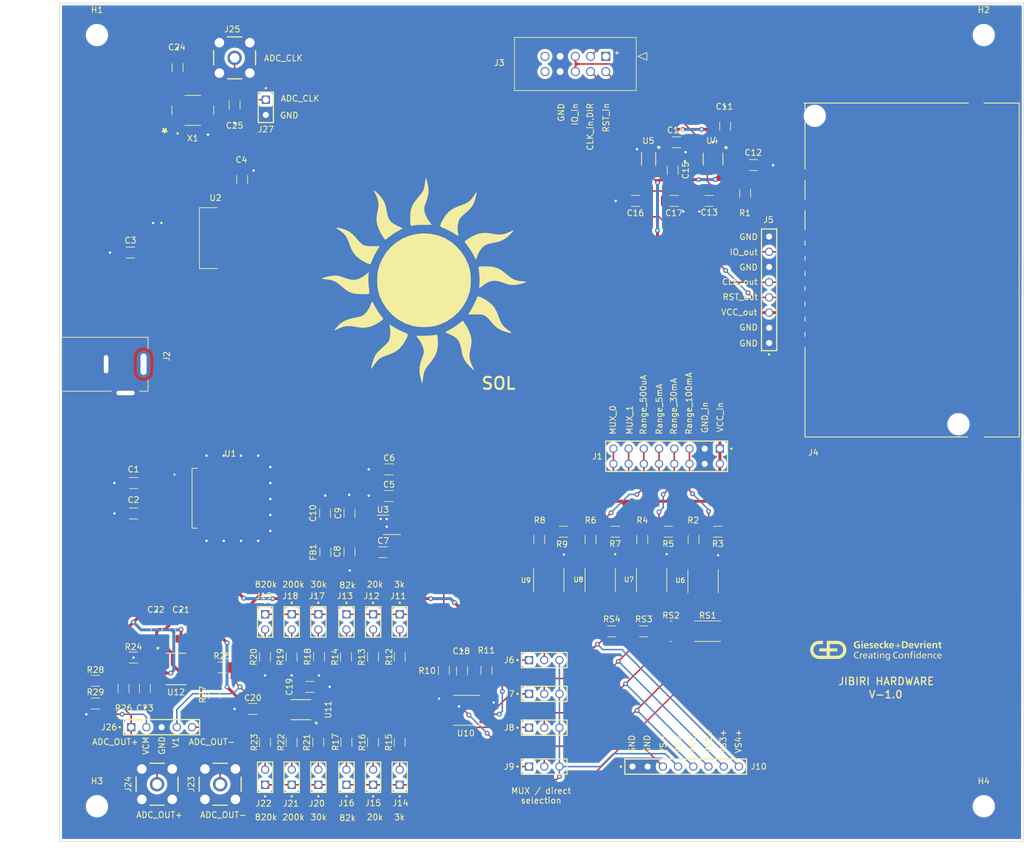
<source format=kicad_pcb>
(kicad_pcb (version 20221018) (generator pcbnew)
  (layers (0 "F.Cu" signal) (31 "B.Cu" signal) (34 "B.Paste" user) (35 "F.Paste" user) (36 "B.SilkS" user "B.Silkscreen") (37 "F.SilkS" user "F.Silkscreen") (38 "B.Mask" user) (39 "F.Mask" user) (44 "Edge.Cuts" user))
  (net 0 "")
  (net 1 "+12V")
  (net 2 "+9V")
  (net 3 "+3.3V")
  (net 4 "Net-(U3-CF+)")
  (net 5 "Net-(U3-CF-)")
  (net 6 "Net-(U3-CRES)")
  (net 7 "Net-(U3-VOUT)")
  (net 8 "VCC_in")
  (net 9 "/Kraken/IO_out")
  (net 10 "/Kraken/CLK_out")
  (net 11 "/Kraken/RST_out")
  (net 12 "-0.232V")
  (net 13 "ADC_CLK")
  (net 14 "MUX_0")
  (net 15 "MUX_1")
  (net 16 "Range_500uA")
  (net 17 "Range_5mA")
  (net 18 "Range_30mA")
  (net 19 "Range_100mA")
  (net 21 "/Kraken/RST_in")
  (net 22 "/Kraken/CLK_in")
  (net 23 "/Kraken/DIR")
  (net 24 "/Kraken/IO_in")
  (net 29 "VCC_out")
  (net 35 "/Ranges/VMUX4")
  (net 36 "/Ranges/VS4+")
  (net 37 "/Ranges/VMUX3")
  (net 38 "/Ranges/VS3+")
  (net 39 "/Ranges/VMUX2")
  (net 40 "/Ranges/VS2+")
  (net 41 "/Ranges/VMUX1")
  (net 42 "/Ranges/VS1+")
  (net 43 "Net-(J11-Pad02)")
  (net 44 "Net-(J12-Pad02)")
  (net 45 "Net-(J13-Pad02)")
  (net 46 "Net-(J14-Pad02)")
  (net 47 "Net-(J15-Pad02)")
  (net 48 "Net-(J16-Pad02)")
  (net 49 "/AFE/VFB+")
  (net 50 "Net-(J17-Pad02)")
  (net 51 "Net-(J18-Pad02)")
  (net 52 "Net-(J19-Pad02)")
  (net 53 "Net-(J20-Pad02)")
  (net 54 "Net-(J21-Pad02)")
  (net 55 "Net-(J22-Pad02)")
  (net 56 "/AFE/V1")
  (net 57 "Net-(R2-Pad1)")
  (net 58 "Net-(R4-Pad1)")
  (net 59 "Net-(R6-Pad1)")
  (net 60 "Net-(R8-Pad1)")
  (net 61 "Net-(U10-A0)")
  (net 62 "Net-(U10-A1)")
  (net 63 "/AFE/VFB_IN-")
  (net 70 "VS+")
  (net 71 "GND")
  (net 72 "ADC_IN-")
  (net 73 "ADC_IN+")
  (net 74 "Net-(U12-IN-)")
  (net 75 "Net-(U12-IN+)")
  (net 76 "/AFE/VCM")
  (footprint "Capacitor_SMD:C_1206_3216Metric_Pad1.33x1.80mm_HandSolder" (layer "F.Cu") (at 113.411 108.652 -90)
    (fp_text reference "C8")
    (fp_text value "4.7uF")
  )
  (footprint "Capacitor_SMD:C_1206_3216Metric_Pad1.33x1.80mm_HandSolder" (layer "F.Cu") (at 113.411 102.1965 90)
    (fp_text reference "C9")
    (fp_text value "22uF")
  )
  (footprint "Resistor_SMD:R_1206_3216Metric_Pad1.30x1.75mm_HandSolder" (layer "F.Cu") (at 112.903 140.412 90)
    (fp_text reference "R17")
    (fp_text value "82k")
  )
  (footprint "Resistor_SMD:R_1206_3216Metric_Pad1.30x1.75mm_HandSolder" (layer "F.Cu") (at 179.4895 48.768 -90)
    (fp_text reference "R1")
    (fp_text value "20k")
  )
  (footprint "Capacitor_SMD:C_1206_3216Metric_Pad1.33x1.80mm_HandSolder" (layer "F.Cu") (at 77.343 97.155)
    (fp_text reference "C1")
    (fp_text value "0.33uF")
  )
  (footprint "jibiri:TSW-102-07-T-S" (layer "F.Cu") (at 112.912 120.346 -90)
    (fp_text reference "J13")
    (fp_text value "TSW-102-07-T-S")
  )
  (footprint "Capacitor_SMD:C_1206_3216Metric_Pad1.33x1.80mm_HandSolder" (layer "F.Cu") (at 76.835 58.674 180)
    (fp_text reference "C3")
    (fp_text value "10uF")
  )
  (footprint "jibiri:OPA189DKGT" (layer "F.Cu") (at 105.292 135.001 180)
    (fp_text reference "U11")
    (fp_text value "OPA189IDGKT")
  )
  (footprint "Resistor_SMD:R_1206_3216Metric_Pad1.30x1.75mm_HandSolder" (layer "F.Cu") (at 70.993 130.175)
    (fp_text reference "R28")
    (fp_text value "178k")
  )
  (footprint "jibiri:TSW-102-07-T-S" (layer "F.Cu") (at 108.213 146.28 90)
    (fp_text reference "J20")
    (fp_text value "TSW-102-07-T-S")
  )
  (footprint "jibiri:TSW-102-07-T-S" (layer "F.Cu") (at 99.323 120.346 -90)
    (fp_text reference "J19")
    (fp_text value "TSW-102-07-T-S")
  )
  (footprint "Capacitor_SMD:C_1206_3216Metric_Pad1.33x1.80mm_HandSolder" (layer "F.Cu") (at 118.999 108.712 180)
    (fp_text reference "C7")
    (fp_text value "4.7uF")
  )
  (footprint "Capacitor_SMD:C_1206_3216Metric_Pad1.33x1.80mm_HandSolder" (layer "F.Cu") (at 132.207 128.524 -90)
    (fp_text reference "C18")
    (fp_text value "0.1uF")
  )
  (footprint "jibiri:GYD_logo" (layer "F.Cu") (at 201.295 125.095)
    (fp_text reference "G***" hide)
    (fp_text value "LOGO" hide)
  )
  (footprint "jibiri:74XXX2T45" (layer "F.Cu") (at 163.3667 43.062149 -90)
    (fp_text reference "U5")
    (fp_text value "SN74LXC2T45DCUR")
  )
  (footprint "jibiri:TSW-102-07-T-S" (layer "F.Cu") (at 112.912 146.28 90)
    (fp_text reference "J16")
    (fp_text value "TSW-102-07-T-S")
  )
  (footprint "Resistor_SMD:R_0612_1632Metric_Pad1.18x3.40mm_HandSolder" (layer "F.Cu") (at 167.110666 121.92)
    (fp_text reference "RS2")
    (fp_text value "0.75")
  )
  (footprint "jibiri:TSW-108-07-T-S" (layer "F.Cu") (at 169.554 144.502)
    (fp_text reference "J10")
    (fp_text value "TSW-108-07-T-S")
  )
  (footprint "Capacitor_SMD:C_1206_3216Metric_Pad1.33x1.80mm_HandSolder" (layer "F.Cu") (at 97.282 134.874)
    (fp_text reference "C20")
    (fp_text value "0.1uF")
  )
  (footprint "Capacitor_SMD:C_1206_3216Metric_Pad1.33x1.80mm_HandSolder" (layer "F.Cu") (at 176.149 37.592 90)
    (fp_text reference "C11")
    (fp_text value "0.1uF")
  )
  (footprint "Resistor_SMD:R_1206_3216Metric_Pad1.30x1.75mm_HandSolder" (layer "F.Cu") (at 75.692 131.445 -90)
    (fp_text reference "R26")
    (fp_text value "2k")
  )
  (footprint "Capacitor_SMD:C_1206_3216Metric_Pad1.33x1.80mm_HandSolder" (layer "F.Cu") (at 85.2805 121.6025 -90)
    (fp_text reference "C21")
    (fp_text value "0.1uF")
  )
  (footprint "Capacitor_SMD:C_1206_3216Metric_Pad1.33x1.80mm_HandSolder" (layer "F.Cu") (at 81.2165 121.6025 90)
    (fp_text reference "C22")
    (fp_text value "0.1uF")
  )
  (footprint "jibiri:TSW-108-07-T-S" (layer "F.Cu") (at 183.483001 64.891007 90)
    (fp_text reference "J5")
    (fp_text value "TSW-108-07-T-S")
  )
  (footprint "Resistor_SMD:R_1206_3216Metric_Pad1.30x1.75mm_HandSolder" (layer "F.Cu") (at 162.306 106.6075 90)
    (fp_text reference "R4")
    (fp_text value "3k")
  )
  (footprint "jibiri:702461001" (layer "F.Cu") (at 156.21 25.908 180)
    (fp_text reference "J3")
    (fp_text value "702461001" hide)
  )
  (footprint "Resistor_SMD:R_1206_3216Metric_Pad1.30x1.75mm_HandSolder" (layer "F.Cu") (at 157.79 105.283 180)
    (fp_text reference "R7")
    (fp_text value "10k")
  )
  (footprint "Capacitor_SMD:C_1206_3216Metric_Pad1.33x1.80mm_HandSolder" (layer "F.Cu") (at 94.234 34.036 90)
    (fp_text reference "C25")
    (fp_text value "30pF")
  )
  (footprint "Capacitor_SMD:C_1206_3216Metric_Pad1.33x1.80mm_HandSolder" (layer "F.Cu") (at 95.504 46.482 90)
    (fp_text reference "C4")
    (fp_text value "10uF")
  )
  (footprint "Resistor_SMD:R_2512_6332Metric_Pad1.40x3.35mm_HandSolder" (layer "F.Cu") (at 173.228 121.8855)
    (fp_text reference "RS1")
    (fp_text value "0.3")
  )
  (footprint "jibiri:SI4421DY-T1-E3" (layer "F.Cu") (at 172.4525 113.5335 -90)
    (fp_text reference "U6")
    (fp_text value "SI4421DY-T1-E3")
  )
  (footprint "jibiri:TSW-103-07-T-S" (layer "F.Cu") (at 145.932 132.362)
    (fp_text reference "J7")
    (fp_text value "TSW-103-07-T-S")
  )
  (footprint "jibiri:ADG1404YRUZ" (layer "F.Cu") (at 132.978 135.104)
    (fp_text reference "U10")
    (fp_text value "ADG1404YRUZ")
  )
  (footprint "Resistor_SMD:R_1206_3216Metric_Pad1.30x1.75mm_HandSolder" (layer "F.Cu") (at 162.56 121.92)
    (fp_text reference "RS3")
    (fp_text value "5.1")
  )
  (footprint "jibiri:TSW-102-07-T-S" (layer "F.Cu") (at 117.357 146.28 90)
    (fp_text reference "J15")
    (fp_text value "TSW-102-07-T-S")
  )
  (footprint "jibiri:TSW-102-07-T-S" (layer "F.Cu") (at 103.768 146.28 90)
    (fp_text reference "J21")
    (fp_text value "TSW-102-07-T-S")
  )
  (footprint "Resistor_SMD:R_1206_3216Metric_Pad1.30x1.75mm_HandSolder" (layer "F.Cu") (at 99.314 126.188 -90)
    (fp_text reference "R20")
    (fp_text value "820k")
  )
  (footprint "Resistor_SMD:R_1206_3216Metric_Pad1.30x1.75mm_HandSolder" (layer "F.Cu") (at 77.343 126.3015)
    (fp_text reference "R24")
    (fp_text value "348")
  )
  (footprint "Resistor_SMD:R_1206_3216Metric_Pad1.30x1.75mm_HandSolder" (layer "F.Cu") (at 112.839 126.188 -90)
    (fp_text reference "R14")
    (fp_text value "82k")
  )
  (footprint "Resistor_SMD:R_1206_3216Metric_Pad1.30x1.75mm_HandSolder" (layer "F.Cu") (at 117.357 126.188 -90)
    (fp_text reference "R13")
    (fp_text value "20k")
  )
  (footprint "jibiri:SMA-J-P-H-ST-TH1" (layer "F.Cu") (at 94.234 26.162)
    (fp_text reference "J25")
    (fp_text value "SMA-J-P-H-ST-TH1")
  )
  (footprint "Resistor_SMD:R_1206_3216Metric_Pad1.30x1.75mm_HandSolder" (layer "F.Cu") (at 121.802 126.188 -90)
    (fp_text reference "R12")
    (fp_text value "3k")
  )
  (footprint "Capacitor_SMD:C_1206_3216Metric_Pad1.33x1.80mm_HandSolder" (layer "F.Cu") (at 84.709 27.813 -90)
    (fp_text reference "C24")
    (fp_text value "0.1uF")
  )
  (footprint "Resistor_SMD:R_1206_3216Metric_Pad1.30x1.75mm_HandSolder" (layer "F.Cu") (at 70.993 133.985 180)
    (fp_text reference "R29")
    (fp_text value "20k")
  )
  (footprint "jibiri:SI4421DY-T1-E3" (layer "F.Cu") (at 163.863332 113.3475 -90)
    (fp_text reference "U7")
    (fp_text value "SI4421DY-T1-E3")
  )
  (footprint "jibiri:SMA-J-P-H-ST-TH1" (layer "F.Cu") (at 81.28 147.447)
    (fp_text reference "J24")
    (fp_text value "SMA-J-P-H-ST-TH1")
  )
  (footprint "Resistor_SMD:R_1206_3216Metric_Pad1.30x1.75mm_HandSolder" (layer "F.Cu") (at 166.646668 105.283 180)
    (fp_text reference "R5")
    (fp_text value "10k")
  )
  (footprint "MountingHole:MountingHole_3.2mm_M3" (layer "F.Cu") (at 71.247 22.352)
    (fp_text reference "H1")
    (fp_text value "MountingHole")
  )
  (footprint "jibiri:74XXX1T45" (layer "F.Cu") (at 174.117 43.053 -90)
    (fp_text reference "U4")
    (fp_text value "SN74LXC1T45DBVR")
  )
  (footprint "jibiri:SI4421DY-T1-E3" (layer "F.Cu") (at 146.685 113.411 -90)
    (fp_text reference "U9")
    (fp_text value "SI4421DY-T1-E3")
  )
  (footprint "jibiri:TSW-102-07-T-S" (layer "F.Cu") (at 99.323 146.28 90)
    (fp_text reference "J22")
    (fp_text value "TSW-102-07-T-S")
  )
  (footprint "jibiri:TSW-102-07-T-S" (layer "F.Cu") (at 121.802 146.28 90)
    (fp_text reference "J14")
    (fp_text value "TSW-102-07-T-S")
  )
  (footprint "jibiri:TSW-108-07-T-D" (layer "F.Cu") (at 166.376501 92.686 180)
    (fp_text reference "J1")
    (fp_text value "TSW-108-07-T-D")
  )
  (footprint "Resistor_SMD:R_1206_3216Metric_Pad1.30x1.75mm_HandSolder" (layer "F.Cu") (at 117.348 140.462 90)
    (fp_text reference "R16")
    (fp_text value "20k")
  )
  (footprint "Capacitor_SMD:C_1206_3216Metric_Pad1.33x1.80mm_HandSolder" (layer "F.Cu") (at 168.021 40.259)
    (fp_text reference "C14")
    (fp_text value "0.1uF")
  )
  (footprint "jibiri:THP210DR" (layer "F.Cu") (at 84.455 128.2065)
    (fp_text reference "U12")
    (fp_text value "THP210DR")
  )
  (footprint "Resistor_SMD:R_1206_3216Metric_Pad1.30x1.75mm_HandSolder" (layer "F.Cu") (at 153.67 106.6075 90)
    (fp_text reference "R6")
    (fp_text value "3k")
  )
  (footprint "MountingHole:MountingHole_3.2mm_M3" (layer "F.Cu") (at 219.329 22.352)
    (fp_text reference "H2")
    (fp_text value "MountingHole")
  )
  (footprint "Capacitor_SMD:C_1206_3216Metric_Pad1.33x1.80mm_HandSolder" (layer "F.Cu") (at 79.248 131.445 90)
    (fp_text reference "C23")
    (fp_text value "0.1uF")
  )
  (footprint "Resistor_SMD:R_1206_3216Metric_Pad1.30x1.75mm_HandSolder" (layer "F.Cu") (at 99.314 140.462 90)
    (fp_text reference "R23")
    (fp_text value "820k")
  )
  (footprint "Resistor_SMD:R_1206_3216Metric_Pad1.30x1.75mm_HandSolder" (layer "F.Cu") (at 149.154 105.283 180)
    (fp_text reference "R9")
    (fp_text value "10k")
  )
  (footprint "Resistor_SMD:R_1206_3216Metric_Pad1.30x1.75mm_HandSolder" (layer "F.Cu") (at 103.759 140.462 90)
    (fp_text reference "R22")
    (fp_text value "200k")
  )
  (footprint "Resistor_SMD:R_1206_3216Metric_Pad1.30x1.75mm_HandSolder" (layer "F.Cu") (at 109.377 108.712 -90)
    (fp_text reference "FB1")
    (fp_text value "120")
  )
  (footprint "Resistor_SMD:R_1206_3216Metric_Pad1.30x1.75mm_HandSolder" (layer "F.Cu") (at 108.204 140.462 90)
    (fp_text reference "R21")
    (fp_text value "30k")
  )
  (footprint "jibiri:TSW-102-07-T-S" (layer "F.Cu") (at 121.802 120.346 -90)
    (fp_text reference "J11")
    (fp_text value "TSW-102-07-T-S")
  )
  (footprint "jibiri:CB3LV-5I-10M0000" (layer "F.Cu") (at 87.249 34.925 90)
    (fp_text reference "X1")
    (fp_text value "CB3LV-5I-10M0000")
  )
  (footprint "Capacitor_SMD:C_1206_3216Metric_Pad1.33x1.80mm_HandSolder" (layer "F.Cu") (at 120.015 94.869 180)
    (fp_text reference "C6")
    (fp_text value "0.1uF")
  )
  (footprint "jibiri:L7809ABD2T-TR" (layer "F.Cu") (at 90.532 99.695)
    (fp_text reference "U1")
    (fp_text value "L7809")
  )
  (footprint "Capacitor_SMD:C_1206_3216Metric_Pad1.33x1.80mm_HandSolder" (layer "F.Cu") (at 106.807 131.191 180)
    (fp_text reference "C19")
    (fp_text value "0.1uF")
  )
  (footprint "jibiri:TSW-102-07-T-S" (layer "F.Cu") (at 103.768 120.346 -90)
    (fp_text reference "J18")
    (fp_text value "TSW-102-07-T-S")
  )
  (footprint "jibiri:TSW-105-07-T-S" (layer "F.Cu") (at 82.042 137.922)
    (fp_text reference "J26")
    (fp_text value "TSW-105-07-T-S")
  )
  (footprint "jibiri:TSW-103-07-T-S" (layer "F.Cu") (at 145.932 126.722)
    (fp_text reference "J6")
    (fp_text value "TSW-103-07-T-S")
  )
  (footprint "jibiri:TSW-102-07-T-S" (layer "F.Cu") (at 99.441 34.417 -90)
    (fp_text reference "J27")
    (fp_text value "TSW-102-07-T-S")
  )
  (footprint "jibiri:Sol" (layer "F.Cu") (at 125.857 63.246)
    (fp_text reference "G***" hide)
    (fp_text value "SOL" hide)
  )
  (footprint "MountingHole:MountingHole_3.2mm_M3" (layer "F.Cu") (at 71.247 151.13)
    (fp_text reference "H3")
    (fp_text value "MountingHole")
  )
  (footprint "Resistor_SMD:R_1206_3216Metric_Pad1.30x1.75mm_HandSolder" (layer "F.Cu") (at 121.793 140.462 90)
    (fp_text reference "R15")
    (fp_text value "3k")
  )
  (footprint "jibiri:TSW-103-07-T-S" (layer "F.Cu") (at 145.932 144.502)
    (fp_text reference "J9")
    (fp_text value "TSW-103-07-T-S")
  )
  (footprint "MountingHole:MountingHole_3.2mm_M3" (layer "F.Cu") (at 219.329 151.13)
    (fp_text reference "H4")
    (fp_text value "MountingHole")
  )
  (footprint "Resistor_SMD:R_1206_3216Metric_Pad1.30x1.75mm_HandSolder" (layer "F.Cu") (at 90.8085 132.461 -90)
    (fp_text reference "R27")
    (fp_text value "2k")
  )
  (footprint "Resistor_SMD:R_1206_3216Metric_Pad1.30x1.75mm_HandSolder" (layer "F.Cu") (at 174.9365 105.283 180)
    (fp_text reference "R3")
    (fp_text value "10k")
  )
  (footprint "Resistor_SMD:R_1206_3216Metric_Pad1.30x1.75mm_HandSolder" (layer "F.Cu") (at 129.168 128.474 -90)
    (fp_text reference "R10")
    (fp_text value "1k")
  )
  (footprint "Capacitor_SMD:C_1206_3216Metric_Pad1.33x1.80mm_HandSolder" (layer "F.Cu") (at 77.343 102.235)
    (fp_text reference "C2")
    (fp_text value "0.1uF")
  )
  (footprint "Capacitor_SMD:C_1206_3216Metric_Pad1.33x1.80mm_HandSolder" (layer "F.Cu") (at 120.015 99.314 180)
    (fp_text reference "C5")
    (fp_text value "10uF")
  )
  (footprint "Capacitor_SMD:C_1206_3216Metric_Pad1.33x1.80mm_HandSolder" (layer "F.Cu") (at 180.848 44.069)
    (fp_text reference "C12")
    (fp_text value "0.1uF")
  )
  (footprint "Capacitor_SMD:C_1206_3216Metric_Pad1.33x1.80mm_HandSolder" (layer "F.Cu") (at 167.64 50.038)
    (fp_text reference "C17")
    (fp_text value "30pF")
  )
  (footprint "Resistor_SMD:R_1206_3216Metric_Pad1.30x1.75mm_HandSolder" (layer "F.Cu") (at 157.209334 121.92)
    (fp_text reference "RS4")
    (fp_text value "56")
  )
  (footprint "Resistor_SMD:R_1206_3216Metric_Pad1.30x1.75mm_HandSolder" (layer "F.Cu") (at 103.759 126.188 -90)
    (fp_text reference "R19")
    (fp_text value "200k")
  )
  (footprint "Resistor_SMD:R_1206_3216Metric_Pad1.30x1.75mm_HandSolder" (layer "F.Cu") (at 145.105 106.6075 90)
    (fp_text reference "R8")
    (fp_text value "3k")
  )
  (footprint "Resistor_SMD:R_1206_3216Metric_Pad1.30x1.75mm_HandSolder" (layer "F.Cu") (at 92.1385 127.9525 180)
    (fp_text reference "R25")
    (fp_text value "348")
  )
  (footprint "jibiri:RAPC722" (layer "F.Cu") (at 72.771 77.3165 -90)
    (fp_text reference "J2")
    (fp_text value "RAPC722")
  )
  (footprint "jibiri:SMA-J-P-H-ST-TH1" (layer "F.Cu") (at 91.821 147.447)
    (fp_text reference "J23")
    (fp_text value "SMA-J-P-H-ST-TH1")
  )
  (footprint "Capacitor_SMD:C_1206_3216Metric_Pad1.33x1.80mm_HandSolder" (layer "F.Cu") (at 161.163 50.038 180)
    (fp_text reference "C16")
    (fp_text value "30pF")
  )
  (footprint "jibiri:TSW-103-07-T-S" (layer "F.Cu") (at 145.932 138.002)
    (fp_text reference "J8")
    (fp_text value "TSW-103-07-T-S")
  )
  (footprint "jibiri:TSW-102-07-T-S" (layer "F.Cu") (at 108.213 120.346 -90)
    (fp_text reference "J17")
    (fp_text value "TSW-102-07-T-S")
  )
  (footprint "jibiri:840-2L123312001" (layer "F.Cu") (at 207.359001 61.589007 90)
    (fp_text reference "J4")
    (fp_text value "840-2L123312001")
  )
  (footprint "Resistor_SMD:R_1206_3216Metric_Pad1.30x1.75mm_HandSolder" (layer "F.Cu") (at 170.8725 106.6075 90)
    (fp_text reference "R2")
    (fp_text value "3k")
  )
  (footprint "jibiri:TSW-102-07-T-S" (layer "F.Cu") (at 117.357 120.346 -90)
    (fp_text reference "J12")
    (fp_text value "TSW-102-07-T-S")
  )
  (footprint "jibiri:LM1084IS-3.3_NOPB" (layer "F.Cu") (at 91.007 56.261)
    (fp_text reference "U2")
    (fp_text value "LM1084-3.3")
  )
  (footprint "jibiri:SI4421DY-T1-E3" (layer "F.Cu") (at 155.274166 113.3475 -90)
    (fp_text reference "U8")
    (fp_text value "SI4421DY-T1-E3")
  )
  (footprint "Capacitor_SMD:C_1206_3216Metric_Pad1.33x1.80mm_HandSolder" (layer "F.Cu") (at 173.4662 50.038 180)
    (fp_text reference "C13")
    (fp_text value "30pF")
  )
  (footprint "Resistor_SMD:R_1206_3216Metric_Pad1.30x1.75mm_HandSolder" (layer "F.Cu") (at 136.28 128.474 -90)
    (fp_text reference "R11")
    (fp_text value "1k")
  )
  (footprint "Capacitor_SMD:C_1206_3216Metric_Pad1.33x1.80mm_HandSolder" (layer "F.Cu") (at 109.347 102.1965 90)
    (fp_text reference "C10")
    (fp_text value "0.47uF")
  )
  (footprint "Package_SO:VSSOP-8_3.0x3.0mm_P0.65mm" (layer "F.Cu") (at 118.999 104.14 180)
    (fp_text reference "U3")
    (fp_text value "LM7705")
  )
  (footprint "Resistor_SMD:R_1206_3216Metric_Pad1.30x1.75mm_HandSolder" (layer "F.Cu") (at 108.331 126.188 -90)
    (fp_text reference "R18")
    (fp_text value "30k")
  )
  (footprint "Capacitor_SMD:C_1206_3216Metric_Pad1.33x1.80mm_HandSolder" (layer "F.Cu") (at 167.386 44.958 90)
    (fp_text reference "C15")
    (fp_text value "0.1uF")
  )
  (gr_rect locked (start 65 17) (end 226 157) (stroke (width 0.1)) (fill none) (layer "Edge.Cuts"))
  (gr_text "20k" (at 116.205 153.543) (layer "F.SilkS") (effects (font (size 1 1)) (justify left bottom)))
  (gr_text "SOL" (at 138.303 80.518) (layer "F.SilkS") (effects (font (size 2 2) (thickness 0.35) bold)))
  (gr_text "VCC_out" (at 175.387 69.215) (layer "F.SilkS") (effects (font (size 1 1)) (justify left bottom)))
  (gr_text "200k" (at 102.108 153.543) (layer "F.SilkS") (effects (font (size 1 1)) (justify left bottom)))
  (gr_text "RST_out" (at 175.641 66.675) (layer "F.SilkS") (effects (font (size 1 1)) (justify left bottom)))
  (gr_text "ADC_OUT+" (at 70.358 140.97) (layer "F.SilkS") (effects (font (size 1 1)) (justify left bottom)))
  (gr_text "3k" (at 120.777 153.543) (layer "F.SilkS") (effects (font (size 1 1)) (justify left bottom)))
  (gr_text "IO_in" (at 151.638 37.533001 90) (layer "F.SilkS") (effects (font (size 1 1)) (justify left bottom)))
  (gr_text "VS+" (at 168.91 142.367 90) (layer "F.SilkS") (effects (font (size 1 1)) (justify left bottom)))
  (gr_text "*" (at 83.312 36.957 180) (layer "F.SilkS") (effects (font (size 1.5 1.5) (thickness 0.3) bold) (justify left bottom)))
  (gr_text "GND" (at 178.435 61.722) (layer "F.SilkS") (effects (font (size 1 1)) (justify left bottom)))
  (gr_text "3k" (at 120.777 114.681) (layer "F.SilkS") (effects (font (size 1 1)) (justify left bottom)))
  (gr_text "30k" (at 106.807 114.681) (layer "F.SilkS") (effects (font (size 1 1)) (justify left bottom)))
  (gr_text "GND_in" (at 173.355 88.9 90) (layer "F.SilkS") (effects (font (size 1 1)) (justify left bottom)))
  (gr_text "VS3+" (at 176.403 142.367 90) (layer "F.SilkS") (effects (font (size 1 1)) (justify left bottom)))
  (gr_text "ADC_OUT-" (at 86.487 140.97) (layer "F.SilkS") (effects (font (size 1 1)) (justify left bottom)))
  (gr_text "82k" (at 111.633 114.808) (layer "F.SilkS") (effects (font (size 1 1)) (justify left bottom)))
  (gr_text "V-1.0" (at 202.946 132.461) (layer "F.SilkS") (effects (font (size 1.25 1.25) (thickness 0.2))))
  (gr_text "MUX_1" (at 160.782 89.154 90) (layer "F.SilkS") (effects (font (size 1 1)) (justify left bottom)))
  (gr_text "GND" (at 161.163 142.367 90) (layer "F.SilkS") (effects (font (size 1 1)) (justify left bottom)))
  (gr_text "*" (at 175.768 42.0497) (layer "F.SilkS") (effects (font (size 1 1) (thickness 0.2) bold) (justify left bottom)))
  (gr_text "VS-" (at 166.37 142.367 90) (layer "F.SilkS") (effects (font (size 1 1)) (justify left bottom)))
  (gr_text "20k" (at 116.205 114.681) (layer "F.SilkS") (effects (font (size 1 1)) (justify left bottom)))
  (gr_text "GND" (at 178.435 74.422) (layer "F.SilkS") (effects (font (size 1 1)) (justify left bottom)))
  (gr_text "CLK_in,DIR" (at 154.178 41.724001 90) (layer "F.SilkS") (effects (font (size 1 1)) (justify left bottom)))
  (gr_text "GND" (at 163.703 142.367 90) (layer "F.SilkS") (effects (font (size 1 1)) (justify left bottom)))
  (gr_text "820k" (at 97.536 153.543) (layer "F.SilkS") (effects (font (size 1 1)) (justify left bottom)))
  (gr_text "VS4+" (at 178.943 142.367 90) (layer "F.SilkS") (effects (font (size 1 1)) (justify left bottom)))
  (gr_text "30k" (at 106.807 153.543) (layer "F.SilkS") (effects (font (size 1 1)) (justify left bottom)))
  (gr_text "GND" (at 101.727 36.3555) (layer "F.SilkS") (effects (font (size 1 1)) (justify left bottom)))
  (gr_text "Range_30mA" (at 168.148 89.154 90) (layer "F.SilkS") (effects (font (size 1 1)) (justify left bottom)))
  (gr_text "GND" (at 178.435 71.755) (layer "F.SilkS") (effects (font (size 1 1)) (justify left bottom)))
  (gr_text "Range_100mA" (at 170.688 89.154 90) (layer "F.SilkS") (effects (font (size 1 1)) (justify left bottom)))
  (gr_text "CLK_out" (at 175.514 64.135) (layer "F.SilkS") (effects (font (size 1 1)) (justify left bottom)))
  (gr_text "ADC_CLK" (at 99.06 26.797) (layer "F.SilkS") (effects (font (size 1 1)) (justify left bottom)))
  (gr_text "ADC_OUT-" (at 88.392 153.162) (layer "F.SilkS") (effects (font (size 1 1)) (justify left bottom)))
  (gr_text "82k" (at 111.633 153.67) (layer "F.SilkS") (effects (font (size 1 1)) (justify left bottom)))
  (gr_text "ADC_OUT+" (at 77.724 153.162) (layer "F.SilkS") (effects (font (size 1 1)) (justify left bottom)))
  (gr_text "MUX_0" (at 157.988 89.154 90) (layer "F.SilkS") (effects (font (size 1 1)) (justify left bottom)))
  (gr_text "ADC_CLK" (at 101.854 33.528) (layer "F.SilkS") (effects (font (size 1 1)) (justify left bottom)))
  (gr_text "GND" (at 82.677 142.621 90) (layer "F.SilkS") (effects (font (size 1 1)) (justify left bottom)))
  (gr_text "GND" (at 178.435 56.642) (layer "F.SilkS") (effects (font (size 1 1)) (justify left bottom)))
  (gr_text "V1" (at 84.963 141.478 90) (layer "F.SilkS") (effects (font (size 1 1)) (justify left bottom)))
  (gr_text "MUX / direct\nselection" (at 145.415 150.749) (layer "F.SilkS") (effects (font (size 1 1)) (justify bottom)))
  (gr_text "GND" (at 149.352 36.898001 90) (layer "F.SilkS") (effects (font (size 1 1)) (justify left bottom)))
  (gr_text "VS2+" (at 173.99 142.367 90) (layer "F.SilkS") (effects (font (size 1 1)) (justify left bottom)))
  (gr_text "Range_5mA" (at 165.735 89.154 90) (layer "F.SilkS") (effects (font (size 1 1)) (justify left bottom)))
  (gr_text "VCC_in" (at 175.895 88.773 90) (layer "F.SilkS") (effects (font (size 1 1)) (justify left bottom)))
  (gr_text "JIBIRI HARDWARE" (at 203.046 130.261) (layer "F.SilkS") (effects (font (size 1.25 1.25) (thickness 0.2))))
  (gr_text "IO_out" (at 176.815952 59.182) (layer "F.SilkS") (effects (font (size 1 1)) (justify left bottom)))
  (gr_text "200k" (at 102.108 114.681) (layer "F.SilkS") (effects (font (size 1 1)) (justify left bottom)))
  (gr_text "VCM" (at 80.01 142.621 90) (layer "F.SilkS") (effects (font (size 1 1)) (justify left bottom)))
  (gr_text "Range_500uA" (at 163.068 89.154 90) (layer "F.SilkS") (effects (font (size 1 1)) (justify left bottom)))
  (gr_text "VS1+" (at 171.323 142.367 90) (layer "F.SilkS") (effects (font (size 1 1)) (justify left bottom)))
  (gr_text "RST_in" (at 156.845 38.676001 90) (layer "F.SilkS") (effects (font (size 1 1)) (justify left bottom)))
  (gr_text "820k" (at 97.536 114.681) (layer "F.SilkS") (effects (font (size 1 1)) (justify left bottom)))
  (gr_text "*" (at 164.5478 42.003825) (layer "F.SilkS") (effects (font (size 1 1) (thickness 0.2) bold) (justify left bottom)))
  (segment (start 78.914 97.1635) (end 78.9055 97.155) (width 0.5) (layer "F.Cu") (net 1))
  (segment (start 78.9055 97.155) (end 79.021 97.0395) (width 0.5) (layer "F.Cu") (net 1))
  (segment (start 85.2805 127.254) (end 85.598 127.5715) (width 0.5) (layer "F.Cu") (net 2))
  (segment (start 78.994 113.411) (end 92.7735 113.411) (width 0.5) (layer "F.Cu") (net 2))
  (segment (start 132.335 133.476) (end 132.588 133.729) (width 0.25) (layer "F.Cu") (net 2))
  (segment (start 78.994 115.951) (end 78.994 102.3235) (width 0.5) (layer "F.Cu") (net 2))
  (segment (start 78.994 118.745) (end 78.994 115.951) (width 0.5) (layer "F.Cu") (net 2))
  (segment (start 85.2805 123.165) (end 85.2805 121.6025) (width 0.5) (layer "F.Cu") (net 2))
  (segment (start 98.425 133.096) (end 98.8445 133.5155) (width 0.5) (layer "F.Cu") (net 2))
  (segment (start 69.443 130.175) (end 69.443 128.296) (width 0.5) (layer "F.Cu") (net 2))
  (segment (start 133.313 134.454) (end 132.335 133.476) (width 0.25) (layer "F.Cu") (net 2))
  (segment (start 133.8195 130.0865) (end 132.207 130.0865) (width 0.5) (layer "F.Cu") (net 2))
  (segment (start 94.869 133.096) (end 98.425 133.096) (width 0.5) (layer "F.Cu") (net 2))
  (segment (start 79.756 113.411) (end 78.994 114.173) (width 0.5) (layer "F.Cu") (net 2))
  (segment (start 79.132252 102.2435) (end 79.123752 102.235) (width 0.3) (layer "F.Cu") (net 2))
  (segment (start 130.937 117.094) (end 134.493 120.65) (width 0.5) (layer "F.Cu") (net 2))
  (segment (start 132.588 133.729) (end 132.207 133.729) (width 0.25) (layer "F.Cu") (net 2))
  (segment (start 132.207 133.223) (end 132.207 133.729) (width 0.25) (layer "F.Cu") (net 2))
  (segment (start 92.304 123.165) (end 92.964 123.825) (width 0.5) (layer "F.Cu") (net 2))
  (segment (start 85.2805 123.165) (end 85.2805 127.254) (width 0.5) (layer "F.Cu") (net 2))
  (segment (start 79.756 113.411) (end 92.7735 113.411) (width 0.5) (layer "F.Cu") (net 2))
  (segment (start 132.207 133.348) (end 131.826 133.729) (width 0.25) (layer "F.Cu") (net 2))
  (segment (start 134.493 120.65) (end 134.493 129.413) (width 0.5) (layer "F.Cu") (net 2))
  (segment (start 131.826 133.729) (end 130.183 133.729) (width 0.25) (layer "F.Cu") (net 2))
  (segment (start 86.661998 127.5715) (end 85.598 127.5715) (width 0.5) (layer "F.Cu") (net 2))
  (segment (start 100.584 116.459) (end 127 116.459) (width 0.5) (layer "F.Cu") (net 2))
  (segment (start 135.848 134.454) (end 133.313 134.454) (width 0.25) (layer "F.Cu") (net 2))
  (segment (start 78.994 102.3235) (end 78.9055 102.235) (width 0.5) (layer "F.Cu") (net 2))
  (segment (start 130.183 133.729) (end 130.108 133.804) (width 0.25) (layer "F.Cu") (net 2))
  (segment (start 83.566 128.905) (end 82.311502 128.905) (width 0.5) (layer "F.Cu") (net 2))
  (segment (start 134.493 129.413) (end 133.8195 130.0865) (width 0.5) (layer "F.Cu") (net 2))
  (segment (start 132.207 133.348) (end 132.335 133.476) (width 0.25) (layer "F.Cu") (net 2))
  (segment (start 69.443 128.296) (end 77.343 120.396) (width 0.5) (layer "F.Cu") (net 2))
  (segment (start 98.8445 133.5155) (end 98.8445 134.874) (width 0.5) (layer "F.Cu") (net 2))
  (segment (start 132.207 133.223) (end 132.207 133.348) (width 0.25) (layer "F.Cu") (net 2))
  (segment (start 79.756 113.411) (end 78.994 112.649) (width 0.5) (layer "F.Cu") (net 2))
  (segment (start 102.97425 135.326001) (end 99.296501 135.326001) (width 0.25) (layer "F.Cu") (net 2))
  (segment (start 85.2805 123.165) (end 92.304 123.165) (width 0.5) (layer "F.Cu") (net 2))
  (segment (start 132.207 130.0865) (end 132.207 133.223) (width 0.25) (layer "F.Cu") (net 2))
  (segment (start 77.343 120.396) (end 78.994 118.745) (width 0.5) (layer "F.Cu") (net 2))
  (segment (start 132.207 133.729) (end 131.826 133.729) (width 0.25) (layer "F.Cu") (net 2))
  (segment (start 92.964 131.191) (end 94.869 133.096) (width 0.5) (layer "F.Cu") (net 2))
  (segment (start 99.296501 135.326001) (end 98.8445 134.874) (width 0.25) (layer "F.Cu") (net 2))
  (segment (start 92.7735 113.411) (end 95.758 116.3955) (width 0.5) (layer "F.Cu") (net 2))
  (via (at 92.964 131.191) (size 0.8) (drill 0.4) (layers "F.Cu" "B.Cu") (net 2))
  (via (at 85.2805 121.6025) (size 0.8) (drill 0.4) (layers "F.Cu" "B.Cu") (net 2))
  (via (at 83.566 128.905) (size 0.8) (drill 0.4) (layers "F.Cu" "B.Cu") (net 2))
  (via (at 95.758 116.3955) (size 0.8) (drill 0.4) (layers "F.Cu" "B.Cu") (net 2))
  (via (at 130.937 117.094) (size 0.8) (drill 0.4) (layers "F.Cu" "B.Cu") (net 2))
  (via (at 100.584 116.459) (size 0.8) (drill 0.4) (layers "F.Cu" "B.Cu") (net 2))
  (via (at 92.964 123.825) (size 0.8) (drill 0.4) (layers "F.Cu" "B.Cu") (net 2))
  (via (at 127 116.459) (size 0.8) (drill 0.4) (layers "F.Cu" "B.Cu") (net 2))
  (via (at 77.343 120.396) (size 0.8) (drill 0.4) (layers "F.Cu" "B.Cu") (net 2))
  (segment (start 83.693 121.666) (end 84.582 121.666) (width 0.5) (layer "B.Cu") (net 2))
  (segment (start 78.613 121.666) (end 83.693 121.666) (width 0.5) (layer "B.Cu") (net 2))
  (segment (start 84.074 122.047) (end 84.455 121.666) (width 0.5) (layer "B.Cu") (net 2))
  (segment (start 84.074 122.047) (end 83.693 121.666) (width 0.5) (layer "B.Cu") (net 2))
  (segment (start 92.964 131.191) (end 92.964 123.825) (width 0.5) (layer "B.Cu") (net 2))
  (segment (start 84.074 128.397) (end 84.074 122.047) (width 0.5) (layer "B.Cu") (net 2))
  (segment (start 83.566 128.905) (end 84.074 128.397) (width 0.5) (layer "B.Cu") (net 2))
  (segment (start 100.584 116.459) (end 95.8215 116.459) (width 0.5) (layer "B.Cu") (net 2))
  (segment (start 85.217 121.666) (end 85.2805 121.6025) (width 0.5) (layer "B.Cu") (net 2))
  (segment (start 77.343 120.396) (end 78.613 121.666) (width 0.5) (layer "B.Cu") (net 2))
  (segment (start 84.455 121.666) (end 84.582 121.666) (width 0.5) (layer "B.Cu") (net 2))
  (segment (start 127 116.459) (end 130.302 116.459) (width 0.5) (layer "B.Cu") (net 2))
  (segment (start 130.302 116.459) (end 130.937 117.094) (width 0.5) (layer "B.Cu") (net 2))
  (segment (start 95.8215 116.459) (end 95.758 116.3955) (width 0.5) (layer "B.Cu") (net 2))
  (segment (start 84.582 121.666) (end 85.217 121.666) (width 0.5) (layer "B.Cu") (net 2))
  (segment (start 162.616511 43.561) (end 162.616511 42.996489) (width 0.25) (layer "F.Cu") (net 3))
  (segment (start 109.855 91.186) (end 106.68 88.011) (width 0.5) (layer "F.Cu") (net 3))
  (segment (start 95.487 56.261) (end 95.487 76.818) (width 0.5) (layer "F.Cu") (net 3))
  (segment (start 121.5775 92.6215) (end 120.142 91.186) (width 0.5) (layer "F.Cu") (net 3))
  (segment (start 172.974 38.1) (end 173.99 39.116) (width 0.5) (layer "F.Cu") (net 3))
  (segment (start 148.59 56.261) (end 161.925 42.926) (width 0.5) (layer "F.Cu") (net 3))
  (segment (start 164.116889 42.512111) (end 163.703 42.926) (width 0.25) (layer "F.Cu") (net 3))
  (segment (start 121.5775 94.869) (end 121.5775 92.6215) (width 0.5) (layer "F.Cu") (net 3))
  (segment (start 84.607 56.261) (end 95.487 56.261) (width 1) (layer "F.Cu") (net 3))
  (segment (start 162.616511 44.63415) (end 162.616511 43.561) (width 0.25) (layer "F.Cu") (net 3))
  (segment (start 84.709 37.025) (end 84.709 32.825) (width 0.5) (layer "F.Cu") (net 3))
  (segment (start 84.709 32.825) (end 84.709 29.3045) (width 0.5) (layer "F.Cu") (net 3))
  (segment (start 163.068 42.926) (end 163.576 42.926) (width 0.5) (layer "F.Cu") (net 3))
  (segment (start 95.487 76.818) (end 101.219 82.55) (width 0.5) (layer "F.Cu") (net 3))
  (segment (start 166.4585 39.0275) (end 166.4585 40.259) (width 0.5) (layer "F.Cu") (net 3))
  (segment (start 106.68 88.011) (end 101.219 82.55) (width 0.5) (layer "F.Cu") (net 3))
  (segment (start 161.925 42.926) (end 162.179 42.926) (width 0.5) (layer "F.Cu") (net 3))
  (segment (start 164.116889 42.037) (end 164.116889 41.490148) (width 0.25) (layer "F.Cu") (net 3))
  (segment (start 88.9 48.006) (end 92.0365 48.006) (width 0.5) (layer "F.Cu") (net 3))
  (segment (start 162.616511 43.363511) (end 162.630489 43.363511) (width 0.25) (layer "F.Cu") (net 3))
  (segment (start 121.199 102.067) (end 121.5775 101.6885) (width 0.25) (layer "F.Cu") (net 3))
  (segment (start 176.276 39.2815) (end 176.276 41.021) (width 0.5) (layer "F.Cu") (net 3))
  (segment (start 165.1 42.926) (end 166.4585 41.5675) (width 0.5) (layer "F.Cu") (net 3))
  (segment (start 84.709 37.025) (end 84.709 43.815) (width 0.5) (layer "F.Cu") (net 3))
  (segment (start 172.212 38.1) (end 172.974 38.1) (width 0.5) (layer "F.Cu") (net 3))
  (segment (start 162.630489 43.363511) (end 163.068 42.926) (width 0.25) (layer "F.Cu") (net 3))
  (segment (start 162.616511 43.561) (end 162.616511 43.363511) (width 0.25) (layer "F.Cu") (net 3))
  (segment (start 95.487 56.261) (end 148.59 56.261) (width 0.5) (layer "F.Cu") (net 3))
  (segment (start 175.067001 41.690549) (end 175.606451 41.690549) (width 0.5) (layer "F.Cu") (net 3))
  (segment (start 175.606451 41.690549) (end 176.276 41.021) (width 0.5) (layer "F.Cu") (net 3))
  (segment (start 162.616511 43.363511) (end 162.179 42.926) (width 0.25) (layer "F.Cu") (net 3))
  (segment (start 173.99 39.116) (end 176.1105 39.116) (width 0.5) (layer "F.Cu") (net 3))
  (segment (start 166.4585 41.5675) (end 166.4585 40.259) (width 0.5) (layer "F.Cu") (net 3))
  (segment (start 121.5775 101.6885) (end 121.5775 99.314) (width 0.25) (layer "F.Cu") (net 3))
  (segment (start 165.1 42.926) (end 162.687 42.926) (width 0.5) (layer "F.Cu") (net 3))
  (segment (start 163.576 42.926) (end 163.703 42.926) (width 0.5) (layer "F.Cu") (net 3))
  (segment (start 169.037 38.1) (end 167.386 38.1) (width 0.5) (layer "F.Cu") (net 3))
  (segment (start 164.530778 42.926) (end 164.116889 42.512111) (width 0.25) (layer "F.Cu") (net 3))
  (segment (start 121.5775 99.314) (end 121.5775 94.869) (width 0.5) (layer "F.Cu") (net 3))
  (segment (start 84.709 43.815) (end 88.9 48.006) (width 0.5) (layer "F.Cu") (net 3))
  (segment (start 120.142 91.186) (end 109.855 91.186) (width 0.5) (layer "F.Cu") (net 3))
  (segment (start 162.687 42.926) (end 163.068 42.926) (width 0.5) (layer "F.Cu") (net 3))
  (segment (start 121.199 103.165) (end 121.199 102.067) (width 0.25) (layer "F.Cu") (net 3))
  (segment (start 164.116889 42.037) (end 164.116889 42.512111) (width 0.25) (layer "F.Cu") (net 3))
  (segment (start 163.703 42.926) (end 162.179 42.926) (width 0.5) (layer "F.Cu") (net 3))
  (segment (start 167.386 38.1) (end 166.4585 39.0275) (width 0.5) (layer "F.Cu") (net 3))
  (segment (start 162.616511 42.996489) (end 162.687 42.926) (width 0.25) (layer "F.Cu") (net 3))
  (via (at 172.212 38.1) (size 0.8) (drill 0.4) (layers "F.Cu" "B.Cu") (net 3))
  (via (at 169.037 38.1) (size 0.8) (drill 0.4) (layers "F.Cu" "B.Cu") (net 3))
  (segment (start 172.212 38.1) (end 169.037 38.1) (width 0.5) (layer "B.Cu") (net 3))
  (segment (start 121.199 106.766) (end 121.199 105.115) (width 0.25) (layer "F.Cu") (net 4))
  (segment (start 120.5615 108.712) (end 120.5615 107.4035) (width 0.25) (layer "F.Cu") (net 4))
  (segment (start 120.5615 107.4035) (end 121.199 106.766) (width 0.25) (layer "F.Cu") (net 4))
  (segment (start 117.4365 107.2765) (end 116.799 106.639) (width 0.25) (layer "F.Cu") (net 5))
  (segment (start 117.4365 108.712) (end 117.4365 107.2765) (width 0.25) (layer "F.Cu") (net 5))
  (segment (start 116.799 106.639) (end 116.799 105.115) (width 0.25) (layer "F.Cu") (net 5))
  (segment (start 113.411 106.172) (end 113.411 107.0895) (width 0.25) (layer "F.Cu") (net 6))
  (segment (start 115.118 104.465) (end 113.411 106.172) (width 0.25) (layer "F.Cu") (net 6))
  (segment (start 116.799 104.465) (end 115.118 104.465) (width 0.25) (layer "F.Cu") (net 6))
  (segment (start 113.467 103.815) (end 113.411 103.759) (width 0.25) (layer "F.Cu") (net 7))
  (segment (start 116.799 103.815) (end 113.467 103.815) (width 0.25) (layer "F.Cu") (net 7))
  (segment (start 113.411 103.759) (end 109.347 103.759) (width 0.5) (layer "F.Cu") (net 7))
  (segment (start 109.377 107.162) (end 109.377 103.789) (width 0.5) (layer "F.Cu") (net 7))
  (segment (start 109.377 103.789) (end 109.347 103.759) (width 0.5) (layer "F.Cu") (net 7))
  (segment (start 157.971 110.634) (end 159.385 109.22) (width 0.5) (layer "F.Cu") (net 8))
  (segment (start 178.939049 44.415451) (end 179.2855 44.069) (width 0.5) (layer "F.Cu") (net 8))
  (segment (start 175.266501 99.447501) (end 176.022 100.203) (width 0.5) (layer "F.Cu") (net 8))
  (segment (start 179.4635 47.244) (end 177.927 47.244) (width 0.5) (layer "F.Cu") (net 8))
  (segment (start 168.196668 101.473) (end 168.196668 100.759668) (width 0.5) (layer "F.Cu") (net 8))
  (segment (start 175.266501 100.196499) (end 175.26 100.203) (width 0.5) (layer "F.Cu") (net 8))
  (segment (start 175.116 111.015) (end 176.53 109.601) (width 0.5) (layer "F.Cu") (net 8))
  (segment (start 159.385 105.370834) (end 159.385 102.235) (width 0.5) (layer "F.Cu") (net 8))
  (segment (start 175.067001 44.415451) (end 178.939049 44.415451) (width 0.5) (layer "F.Cu") (net 8))
  (segment (start 168.148 109.347) (end 168.148 105.238) (width 0.5) (layer "F.Cu") (net 8))
  (segment (start 166.734 110.761) (end 168.148 109.347) (width 0.5) (layer "F.Cu") (net 8))
  (segment (start 175.067001 45.912999) (end 175.071999 45.912999) (width 0.5) (layer "F.Cu") (net 8))
  (segment (start 159.385 102.235) (end 159.385 101.346) (width 0.5) (layer "F.Cu") (net 8))
  (segment (start 168.196668 105.283) (end 168.196668 103.124) (width 0.5) (layer "F.Cu") (net 8))
  (segment (start 174.625 100.203) (end 168.783 100.203) (width 0.5) (layer "F.Cu") (net 8))
  (segment (start 176.53 109.601) (end 176.53 105.492) (width 0.5) (layer "F.Cu") (net 8))
  (segment (start 177.165 46.482) (end 177.927 47.244) (width 0.5) (layer "F.Cu") (net 8))
  (segment (start 176.53 100.711) (end 176.53 105.370834) (width 0.5) (layer "F.Cu") (net 8))
  (segment (start 158.75 100.203) (end 154.051 100.203) (width 0.5) (layer "F.Cu") (net 8))
  (segment (start 168.196668 100.789332) (end 168.783 100.203) (width 0.5) (layer "F.Cu") (net 8))
  (segment (start 168.196668 101.473) (end 168.196668 100.789332) (width 0.5) (layer "F.Cu") (net 8))
  (segment (start 159.385 100.203) (end 158.75 100.203) (width 0.5) (layer "F.Cu") (net 8))
  (segment (start 171.876 111.015) (end 175.116 111.015) (width 0.5) (layer "F.Cu") (net 8))
  (segment (start 146.05 110.806) (end 149.29 110.806) (width 0.5) (layer "F.Cu") (net 8))
  (segment (start 168.783 100.203) (end 168.148 100.203) (width 0.5) (layer "F.Cu") (net 8))
  (segment (start 168.196668 100.759668) (end 167.64 100.203) (width 0.5) (layer "F.Cu") (net 8))
  (segment (start 176.022 100.203) (end 176.53 100.711) (width 0.5) (layer "F.Cu") (net 8))
  (segment (start 174.498 46.482) (end 175.641 46.482) (width 0.5) (layer "F.Cu") (net 8))
  (segment (start 175.266501 69.983501) (end 175.266501 91.416) (width 0.5) (layer "F.Cu") (net 8))
  (segment (start 175.266501 93.956) (end 175.266501 99.314) (width 0.5) (layer "F.Cu") (net 8))
  (segment (start 175.067001 45.912999) (end 175.067001 44.415451) (width 0.5) (layer "F.Cu") (net 8))
  (segment (start 174.498 46.482) (end 175.067001 45.912999) (width 0.5) (layer "F.Cu") (net 8))
  (segment (start 168.148 100.203) (end 167.64 100.203) (width 0.5) (layer "F.Cu") (net 8))
  (segment (start 164.4015 46.5455) (end 164.4265 46.5205) (width 0.25) (layer "F.Cu") (net 8))
  (segment (start 165.3155 46.5205) (end 167.386 46.5205) (width 0.5) (layer "F.Cu") (net 8))
  (segment (start 167.64 100.203) (end 159.385 100.203) (width 0.5) (layer "F.Cu") (net 8))
  (segment (start 154.051 100.203) (end 150.704 103.55) (width 0.5) (layer "F.Cu") (net 8))
  (segment (start 164.846 59.563) (end 175.266501 69.983501) (width 0.5) (layer "F.Cu") (net 8))
  (segment (start 175.26 100.203) (end 174.625 100.203) (width 0.5) (layer "F.Cu") (net 8))
  (segment (start 167.4245 46.482) (end 167.386 46.5205) (width 0.5) (layer "F.Cu") (net 8))
  (segment (start 164.4015 46.5455) (end 164.116889 46.260889) (width 0.25) (layer "F.Cu") (net 8))
  (segment (start 164.846 54.991) (end 164.846 59.563) (width 0.5) (layer "F.Cu") (net 8))
  (segment (start 159.385 109.22) (end 159.385 105.111) (width 0.5) (layer "F.Cu") (net 8))
  (segment (start 175.266501 99.314) (end 175.266501 100.196499) (width 0.5) (layer "F.Cu") (net 8))
  (segment (start 149.29 110.806) (end 150.704 109.392) (width 0.5) (layer "F.Cu") (net 8))
  (segment (start 168.196668 103.124) (end 168.196668 101.473) (width 0.5) (layer "F.Cu") (net 8))
  (segment (start 164.846 46.99) (end 165.3155 46.5205) (width 0.5) (layer "F.Cu") (net 8))
  (segment (start 164.116889 44.63415) (end 164.116889 45.339) (width 0.25) (layer "F.Cu") (net 8))
  (segment (start 175.266501 93.956) (end 175.266501 91.416) (width 0.5) (layer "F.Cu") (net 8))
  (segment (start 175.641 46.482) (end 177.165 46.482) (width 0.5) (layer "F.Cu") (net 8))
  (segment (start 168.196668 103.124) (end 168.196668 100.251668) (width 0.5) (layer "F.Cu") (net 8))
  (segment (start 150.704 109.392) (end 150.704 105.283) (width 0.5) (layer "F.Cu") (net 8))
  (segment (start 159.385 101.346) (end 159.385 100.203) (width 0.5) (layer "F.Cu") (net 8))
  (segment (start 159.385 100.838) (end 160.02 100.203) (width 0.5) (layer "F.Cu") (net 8))
  (segment (start 175.266501 99.561499) (end 174.625 100.203) (width 0.5) (layer "F.Cu") (net 8))
  (segment (start 154.731 110.634) (end 157.971 110.634) (width 0.5) (layer "F.Cu") (net 8))
  (segment (start 174.625 100.203) (end 176.022 100.203) (width 0.5) (layer "F.Cu") (net 8))
  (segment (start 175.266501 99.447501) (end 175.266501 99.561499) (width 0.5) (layer "F.Cu") (net 8))
  (segment (start 164.846 46.99) (end 164.4015 46.5455) (width 0.25) (layer "F.Cu") (net 8))
  (segment (start 175.266501 99.314) (end 175.266501 99.447501) (width 0.5) (layer "F.Cu") (net 8))
  (segment (start 159.385 101.346) (end 159.385 100.838) (width 0.5) (layer "F.Cu") (net 8))
  (segment (start 150.704 103.55) (end 150.704 105.283) (width 0.5) (layer "F.Cu") (net 8))
  (segment (start 164.4265 46.5205) (end 165.3155 46.5205) (width 0.25) (layer "F.Cu") (net 8))
  (segment (start 163.494 110.761) (end 166.734 110.761) (width 0.5) (layer "F.Cu") (net 8))
  (segment (start 171.704 46.482) (end 167.4245 46.482) (width 0.5) (layer "F.Cu") (net 8))
  (segment (start 164.116889 46.260889) (end 164.116889 45.339) (width 0.25) (layer "F.Cu") (net 8))
  (segment (start 159.385 100.838) (end 158.75 100.203) (width 0.5) (layer "F.Cu") (net 8))
  (segment (start 175.071999 45.912999) (end 175.641 46.482) (width 0.5) (layer "F.Cu") (net 8))
  (segment (start 168.196668 100.251668) (end 168.148 100.203) (width 0.5) (layer "F.Cu") (net 8))
  (via (at 164.846 46.99) (size 0.8) (drill 0.4) (layers "F.Cu" "B.Cu") (net 8))
  (via (at 171.704 46.482) (size 0.8) (drill 0.4) (layers "F.Cu" "B.Cu") (net 8))
  (via (at 164.846 54.991) (size 0.8) (drill 0.4) (layers "F.Cu" "B.Cu") (net 8))
  (via (at 174.498 46.482) (size 0.8) (drill 0.4) (layers "F.Cu" "B.Cu") (net 8))
  (segment (start 171.704 46.482) (end 174.498 46.482) (width 0.5) (layer "B.Cu") (net 8))
  (segment (start 164.846 46.99) (end 164.846 54.991) (width 0.5) (layer "B.Cu") (net 8))
  (segment (start 175.0287 50.038) (end 175.3087 50.318) (width 0.25) (layer "F.Cu") (net 9))
  (segment (start 181.604007 58.541007) (end 179.4895 56.4265) (width 0.25) (layer "F.Cu") (net 9))
  (segment (start 183.483001 58.541007) (end 189.918001 58.541007) (width 0.25) (layer "F.Cu") (net 9))
  (segment (start 179.4895 56.4265) (end 179.4895 50.318) (width 0.25) (layer "F.Cu") (net 9))
  (segment (start 183.483001 58.541007) (end 181.604007 58.541007) (width 0.25) (layer "F.Cu") (net 9))
  (segment (start 173.166999 46.779299) (end 173.166999 44.415451) (width 0.25) (layer "F.Cu") (net 9))
  (segment (start 189.918001 58.541007) (end 190.110001 58.349007) (width 0.25) (layer "F.Cu") (net 9))
  (segment (start 175.3087 50.318) (end 179.4895 50.318) (width 0.25) (layer "F.Cu") (net 9))
  (segment (start 175.0287 50.038) (end 175.0287 48.641) (width 0.25) (layer "F.Cu") (net 9))
  (segment (start 175.0287 48.641) (end 173.166999 46.779299) (width 0.25) (layer "F.Cu") (net 9))
  (segment (start 162.7255 51.537) (end 162.7255 50.038) (width 0.25) (layer "F.Cu") (net 10))
  (segment (start 163.116637 44.63415) (end 163.116637 45.544363) (width 0.25) (layer "F.Cu") (net 10))
  (segment (start 183.483001 63.621007) (end 176.016007 63.621007) (width 0.25) (layer "F.Cu") (net 10))
  (segment (start 162.687 49.9995) (end 162.7255 50.038) (width 0.25) (layer "F.Cu") (net 10))
  (segment (start 162.687 45.974) (end 162.687 49.9995) (width 0.25) (layer "F.Cu") (net 10))
  (segment (start 163.8935 52.705) (end 162.7255 51.537) (width 0.25) (layer "F.Cu") (net 10))
  (segment (start 165.1 52.705) (end 163.8935 52.705) (width 0.25) (layer "F.Cu") (net 10))
  (segment (start 190.110001 63.429007) (end 189.046993 63.429007) (width 0.25) (layer "F.Cu") (net 10))
  (segment (start 176.016007 63.621007) (end 165.1 52.705) (width 0.25) (layer "F.Cu") (net 10))
  (segment (start 183.483001 63.621007) (end 189.918001 63.621007) (width 0.25) (layer "F.Cu") (net 10))
  (segment (start 163.116637 45.544363) (end 162.687 45.974) (width 0.25) (layer "F.Cu") (net 10))
  (segment (start 189.918001 63.621007) (end 190.110001 63.429007) (width 0.25) (layer "F.Cu") (net 10))
  (segment (start 164.084 48.387) (end 163.616763 47.919763) (width 0.25) (layer "F.Cu") (net 11))
  (segment (start 166.0775 51.5235) (end 166.0775 50.038) (width 0.25) (layer "F.Cu") (net 11))
  (segment (start 165.608 48.387) (end 164.084 48.387) (width 0.25) (layer "F.Cu") (net 11))
  (segment (start 189.918001 66.161007) (end 190.110001 65.969007) (width 0.25) (layer "F.Cu") (net 11))
  (segment (start 163.616763 47.919763) (end 163.616763 44.63415) (width 0.25) (layer "F.Cu") (net 11))
  (segment (start 183.483001 66.161007) (end 189.918001 66.161007) (width 0.25) (layer "F.Cu") (net 11))
  (segment (start 166.0775 48.8565) (end 165.608 48.387) (width 0.25) (layer "F.Cu") (net 11))
  (segment (start 180.715007 66.161007) (end 183.483001 66.161007) (width 0.25) (layer "F.Cu") (net 11))
  (segment (start 179.959 65.405) (end 180.715007 66.161007) (width 0.25) (layer "F.Cu") (net 11))
  (segment (start 166.0775 50.038) (end 166.0775 48.8565) (width 0.25) (layer "F.Cu") (net 11))
  (segment (start 176.2125 61.6585) (end 166.0775 51.5235) (width 0.25) (layer "F.Cu") (net 11))
  (via (at 176.2125 61.6585) (size 0.8) (drill 0.4) (layers "F.Cu" "B.Cu") (net 11))
  (via (at 179.959 65.405) (size 0.8) (drill 0.4) (layers "F.Cu" "B.Cu") (net 11))
  (segment (start 179.959 65.405) (end 176.2125 61.6585) (width 0.25) (layer "B.Cu") (net 11))
  (segment (start 84.6455 116.3955) (end 91.948 116.3955) (width 0.5) (layer "F.Cu") (net 12))
  (segment (start 94.962041 118.524959) (end 95.377 118.939918) (width 0.5) (layer "F.Cu") (net 12))
  (segment (start 105.2445 133.0575) (end 105.2445 131.191) (width 0.25) (layer "F.Cu") (net 12))
  (segment (start 83.058 124.841) (end 83.82 125.603) (width 0.5) (layer "F.Cu") (net 12))
  (segment (start 83.2485 120.9675) (end 83.2485 117.7925) (width 0.5) (layer "F.Cu") (net 12))
  (segment (start 81.2165 124.5235) (end 81.534 124.841) (width 0.5) (layer "F.Cu") (net 12))
  (segment (start 95.377 129.286) (end 95.377 118.939918) (width 0.5) (layer "F.Cu") (net 12))
  (segment (start 81.2165 123.165) (end 81.2165 121.9835) (width 0.5) (layer "F.Cu") (net 12))
  (segment (start 95.377 118.939918) (end 104.054918 110.262) (width 0.5) (layer "F.Cu") (net 12))
  (segment (start 82.6135 121.6025) (end 83.2485 120.9675) (width 0.5) (layer "F.Cu") (net 12))
  (segment (start 81.5975 121.6025) (end 82.6135 121.6025) (width 0.5) (layer "F.Cu") (net 12))
  (segment (start 85.217 128.8415) (end 86.661998 128.8415) (width 0.5) (layer "F.Cu") (net 12))
  (segment (start 81.2165 123.165) (end 81.2165 124.5235) (width 0.5) (layer "F.Cu") (net 12))
  (segment (start 92.832582 116.3955) (end 94.962041 118.524959) (width 0.5) (layer "F.Cu") (net 12))
  (segment (start 105.2445 131.191) (end 97.282 131.191) (width 0.5) (layer "F.Cu") (net 12))
  (segment (start 97.282 131.191) (end 95.377 129.286) (width 0.5) (layer "F.Cu") (net 12))
  (segment (start 81.534 124.841) (end 83.058 124.841) (width 0.5) (layer "F.Cu") (net 12))
  (segment (start 91.948 116.3955) (end 92.832582 116.3955) (width 0.5) (layer "F.Cu") (net 12))
  (segment (start 83.82 127.4445) (end 85.217 128.8415) (width 0.5) (layer "F.Cu") (net 12))
  (segment (start 94.962041 118.524959) (end 95.791959 118.524959) (width 0.5) (layer "F.Cu") (net 12))
  (segment (start 107.60975 134.026001) (end 106.213001 134.026001) (width 0.25) (layer "F.Cu") (net 12))
  (segment (start 83.82 125.603) (end 83.82 127.4445) (width 0.5) (layer "F.Cu") (net 12))
  (segment (start 106.213001 134.026001) (end 105.2445 133.0575) (width 0.25) (layer "F.Cu") (net 12))
  (segment (start 83.2485 117.7925) (end 84.6455 116.3955) (width 0.5) (layer "F.Cu") (net 12))
  (segment (start 104.054918 110.262) (end 109.377 110.262) (width 0.5) (layer "F.Cu") (net 12))
  (segment (start 81.2165 121.9835) (end 81.5975 121.6025) (width 0.5) (layer "F.Cu") (net 12))
  (segment (start 94.234 32.4735) (end 94.234 26.162) (width 0.25) (layer "F.Cu") (net 13))
  (segment (start 91.254 32.825) (end 91.6055 32.4735) (width 0.25) (layer "F.Cu") (net 13))
  (segment (start 97.79 33.147) (end 99.441 33.147) (width 0.25) (layer "F.Cu") (net 13))
  (segment (start 97.1165 32.4735) (end 97.79 33.147) (width 0.25) (layer "F.Cu") (net 13))
  (segment (start 91.6055 32.4735) (end 97.1165 32.4735) (width 0.25) (layer "F.Cu") (net 13))
  (segment (start 89.789 32.825) (end 91.254 32.825) (width 0.25) (layer "F.Cu") (net 13))
  (segment (start 157.486501 93.956) (end 157.486501 95.497499) (width 0.25) (layer "F.Cu") (net 14))
  (segment (start 129.159 126.915) (end 129.168 126.924) (width 0.25) (layer "F.Cu") (net 14))
  (segment (start 129.159 107.315) (end 129.159 126.915) (width 0.25) (layer "F.Cu") (net 14))
  (segment (start 157.486501 91.416) (end 157.486501 93.956) (width 0.25) (layer "F.Cu") (net 14))
  (segment (start 157.486501 95.377) (end 157.486501 95.497499) (width 0.15) (layer "F.Cu") (net 14))
  (segment (start 155.956 97.028) (end 139.446 97.028) (width 0.25) (layer "F.Cu") (net 14))
  (segment (start 157.486501 95.497499) (end 155.956 97.028) (width 0.25) (layer "F.Cu") (net 14))
  (segment (start 139.446 97.028) (end 129.159 107.315) (width 0.25) (layer "F.Cu") (net 14))
  (segment (start 157.486501 93.956) (end 157.486501 95.377) (width 0.25) (layer "F.Cu") (net 14))
  (segment (start 157.48 98.044) (end 141.097 98.044) (width 0.25) (layer "F.Cu") (net 15))
  (segment (start 160.026501 95.497499) (end 157.48 98.044) (width 0.25) (layer "F.Cu") (net 15))
  (segment (start 160.026501 91.416) (end 160.026501 93.956) (width 0.25) (layer "F.Cu") (net 15))
  (segment (start 141.097 98.044) (end 136.271 102.87) (width 0.25) (layer "F.Cu") (net 15))
  (segment (start 160.026501 93.956) (end 160.026501 95.497499) (width 0.25) (layer "F.Cu") (net 15))
  (segment (start 136.271 126.915) (end 136.28 126.924) (width 0.25) (layer "F.Cu") (net 15))
  (segment (start 136.271 102.87) (end 136.271 126.915) (width 0.25) (layer "F.Cu") (net 15))
  (segment (start 158.877 98.933) (end 152.527 98.933) (width 0.25) (layer "F.Cu") (net 16))
  (segment (start 152.527 98.933) (end 147.574 103.886) (width 0.25) (layer "F.Cu") (net 16))
  (segment (start 162.566501 91.416) (end 162.566501 93.956) (width 0.25) (layer "F.Cu") (net 16))
  (segment (start 145.105 105.0575) (end 147.3785 105.0575) (width 0.25) (layer "F.Cu") (net 16))
  (segment (start 162.566501 95.243499) (end 158.877 98.933) (width 0.25) (layer "F.Cu") (net 16))
  (segment (start 147.574 105.253) (end 147.604 105.283) (width 0.25) (layer "F.Cu") (net 16))
  (segment (start 147.574 103.886) (end 147.574 105.253) (width 0.25) (layer "F.Cu") (net 16))
  (segment (start 162.566501 93.956) (end 162.566501 95.243499) (width 0.25) (layer "F.Cu") (net 16))
  (segment (start 147.3785 105.0575) (end 147.604 105.283) (width 0.25) (layer "F.Cu") (net 16))
  (segment (start 165.106501 95.370499) (end 165.106501 93.956) (width 0.25) (layer "F.Cu") (net 17))
  (segment (start 161.417 99.06) (end 165.106501 95.370499) (width 0.25) (layer "F.Cu") (net 17))
  (segment (start 156.0145 105.0575) (end 156.24 105.283) (width 0.25) (layer "F.Cu") (net 17))
  (segment (start 157.099 102.108) (end 156.24 102.967) (width 0.25) (layer "F.Cu") (net 17))
  (segment (start 165.106501 91.416) (end 165.106501 93.956) (width 0.25) (layer "F.Cu") (net 17))
  (segment (start 156.24 102.967) (end 156.24 105.283) (width 0.25) (layer "F.Cu") (net 17))
  (segment (start 153.67 105.0575) (end 156.0145 105.0575) (width 0.25) (layer "F.Cu") (net 17))
  (via (at 161.417 99.06) (size 0.8) (drill 0.4) (layers "F.Cu" "B.Cu") (net 17))
  (via (at 157.099 102.108) (size 0.8) (drill 0.4) (layers "F.Cu" "B.Cu") (net 17))
  (segment (start 160.147 99.06) (end 157.099 102.108) (width 0.25) (layer "B.Cu") (net 17))
  (segment (start 161.417 99.06) (end 160.147 99.06) (width 0.25) (layer "B.Cu") (net 17))
  (segment (start 165.096668 105.283) (end 162.5315 105.283) (width 0.25) (layer "F.Cu") (net 18))
  (segment (start 165.7985 99.06) (end 167.646501 97.211999) (width 0.25) (layer "F.Cu") (net 18))
  (segment (start 167.646501 91.416) (end 167.646501 93.956) (width 0.25) (layer "F.Cu") (net 18))
  (segment (start 167.646501 97.211999) (end 167.646501 93.956) (width 0.25) (layer "F.Cu") (net 18))
  (segment (start 162.5315 105.283) (end 162.306 105.0575) (width 0.25) (layer "F.Cu") (net 18))
  (segment (start 165.096668 101.981) (end 165.096668 105.283) (width 0.25) (layer "F.Cu") (net 18))
  (via (at 165.096668 101.981) (size 0.8) (drill 0.4) (layers "F.Cu" "B.Cu") (net 18))
  (via (at 165.7985 99.06) (size 0.8) (drill 0.4) (layers "F.Cu" "B.Cu") (net 18))
  (segment (start 165.7985 99.06) (end 165.7985 101.279168) (width 0.25) (layer "B.Cu") (net 18))
  (segment (start 165.7985 101.279168) (end 165.096668 101.981) (width 0.25) (layer "B.Cu") (net 18))
  (segment (start 171.1525 105.3375) (end 173.3865 105.3375) (width 0.25) (layer "F.Cu") (net 19))
  (segment (start 170.688 98.933) (end 170.186501 98.431501) (width 0.25) (layer "F.Cu") (net 19))
  (segment (start 173.3865 101.854) (end 173.3865 105.283) (width 0.25) (layer "F.Cu") (net 19))
  (segment (start 170.186501 91.416) (end 170.186501 93.956) (width 0.25) (layer "F.Cu") (net 19))
  (segment (start 170.8725 105.0575) (end 171.1525 105.3375) (width 0.25) (layer "F.Cu") (net 19))
  (segment (start 170.186501 98.431501) (end 170.186501 93.956) (width 0.25) (layer "F.Cu") (net 19))
  (via (at 170.688 98.933) (size 0.8) (drill 0.4) (layers "F.Cu" "B.Cu") (net 19))
  (via (at 173.3865 101.854) (size 0.8) (drill 0.4) (layers "F.Cu" "B.Cu") (net 19))
  (segment (start 173.355 101.6) (end 173.355 101.8225) (width 0.25) (layer "B.Cu") (net 19))
  (segment (start 170.688 98.933) (end 173.355 101.6) (width 0.25) (layer "B.Cu") (net 19))
  (segment (start 173.355 101.8225) (end 173.3865 101.854) (width 0.25) (layer "B.Cu") (net 19))
  (segment (start 163.616763 35.854763) (end 163.616763 41.490148) (width 0.25) (layer "F.Cu") (net 21))
  (segment (start 156.21 28.448) (end 163.616763 35.854763) (width 0.25) (layer "F.Cu") (net 21))
  (segment (start 163.116637 41.490148) (end 163.116637 40.180637) (width 0.25) (layer "F.Cu") (net 22))
  (segment (start 159.766 34.544) (end 159.766 36.83) (width 0.25) (layer "F.Cu") (net 22))
  (segment (start 163.116637 40.180637) (end 159.766 36.83) (width 0.25) (layer "F.Cu") (net 22))
  (segment (start 153.67 28.448) (end 159.766 34.544) (width 0.25) (layer "F.Cu") (net 22))
  (segment (start 155.321 24.257) (end 157.353 24.257) (width 0.25) (layer "F.Cu") (net 23))
  (segment (start 174.625 42.926) (end 176.53 42.926) (width 0.25) (layer "F.Cu") (net 23))
  (segment (start 179.07 34.671) (end 179.07 40.386) (width 0.25) (layer "F.Cu") (net 23))
  (segment (start 177.038 32.639) (end 179.07 34.671) (width 0.25) (layer "F.Cu") (net 23))
  (segment (start 165.735 32.639) (end 177.038 32.639) (width 0.25) (layer "F.Cu") (net 23))
  (segment (start 157.353 24.257) (end 165.735 32.639) (width 0.25) (layer "F.Cu") (net 23))
  (segment (start 174.117 43.434) (end 174.625 42.926) (width 0.25) (layer "F.Cu") (net 23))
  (segment (start 174.117 44.415451) (end 174.117 43.434) (width 0.25) (layer "F.Cu") (net 23))
  (segment (start 179.07 40.386) (end 176.53 42.926) (width 0.25) (layer "F.Cu") (net 23))
  (segment (start 153.67 25.908) (end 155.321 24.257) (width 0.25) (layer "F.Cu") (net 23))
  (segment (start 151.13 26.797) (end 151.511 27.178) (width 0.25) (layer "F.Cu") (net 24))
  (segment (start 172.339 40.132) (end 172.329695 40.132) (width 0.25) (layer "F.Cu") (net 24))
  (segment (start 151.13 27.559) (end 151.13 27.178) (width 0.25) (layer "F.Cu") (net 24))
  (segment (start 151.13 28.448) (end 151.13 27.559) (width 0.25) (layer "F.Cu") (net 24))
  (segment (start 156.972 27.178) (end 151.765 27.178) (width 0.25) (layer "F.Cu") (net 24))
  (segment (start 169.154695 36.957) (end 166.751 36.957) (width 0.25) (layer "F.Cu") (net 24))
  (segment (start 173.166999 40.959999) (end 172.339 40.132) (width 0.25) (layer "F.Cu") (net 24))
  (segment (start 151.511 27.178) (end 151.13 27.559) (width 0.25) (layer "F.Cu") (net 24))
  (segment (start 151.765 27.178) (end 151.511 27.178) (width 0.25) (layer "F.Cu") (net 24))
  (segment (start 151.13 26.797) (end 151.13 25.908) (width 0.25) (layer "F.Cu") (net 24))
  (segment (start 151.765 27.178) (end 151.13 27.178) (width 0.25) (layer "F.Cu") (net 24))
  (segment (start 166.751 36.957) (end 156.972 27.178) (width 0.25) (layer "F.Cu") (net 24))
  (segment (start 173.166999 41.690549) (end 173.166999 40.959999) (width 0.25) (layer "F.Cu") (net 24))
  (segment (start 172.329695 40.132) (end 169.154695 36.957) (width 0.25) (layer "F.Cu") (net 24))
  (segment (start 151.13 27.178) (end 151.13 26.797) (width 0.25) (layer "F.Cu") (net 24))
  (segment (start 160.8455 139.6035) (end 160.8455 139.1285) (width 0.25) (layer "F.Cu") (net 29))
  (segment (start 183.483001 68.701007) (end 189.918001 68.701007) (width 0.5) (layer "F.Cu") (net 29))
  (segment (start 176.278 114.425) (end 179.959 110.744) (width 0.5) (layer "F.Cu") (net 29))
  (segment (start 179.959 69.977) (end 181.234993 68.701007) (width 0.5) (layer "F.Cu") (net 29))
  (segment (start 172.593 127.381) (end 160.8455 139.1285) (width 0.25) (layer "F.Cu") (net 29))
  (segment (start 176.278 121.8855) (end 176.278 114.425) (width 0.5) (layer "F.Cu") (net 29))
  (segment (start 174.2785 121.8855) (end 172.593 123.571) (width 0.25) (layer "F.Cu") (net 29))
  (segment (start 165.744 144.502) (end 160.9255 139.6835) (width 0.25) (layer "F.Cu") (net 29))
  (segment (start 176.278 121.8855) (end 174.2785 121.8855) (width 0.25) (layer "F.Cu") (net 29))
  (segment (start 160.9255 139.6835) (end 160.655 139.413) (width 0.25) (layer "F.Cu") (net 29))
  (segment (start 160.655 139.319) (end 160.401 139.573) (width 0.25) (layer "F.Cu") (net 29))
  (segment (start 117.357 147.55) (end 112.912 147.55) (width 0.25) (layer "F.Cu") (net 29))
  (segment (start 160.401 139.573) (end 152.424 147.55) (width 0.25) (layer "F.Cu") (net 29))
  (segment (start 172.593 123.571) (end 172.593 127.381) (width 0.25) (layer "F.Cu") (net 29))
  (segment (start 121.802 147.55) (end 117.357 147.55) (width 0.25) (layer "F.Cu") (net 29))
  (segment (start 160.9255 139.6835) (end 160.815 139.573) (width 0.25) (layer "F.Cu") (net 29))
  (segment (start 160.9255 139.6835) (end 160.8455 139.6035) (width 0.25) (layer "F.Cu") (net 29))
  (segment (start 152.424 147.55) (end 121.802 147.55) (width 0.25) (layer "F.Cu") (net 29))
  (segment (start 181.234993 68.701007) (end 183.483001 68.701007) (width 0.5) (layer "F.Cu") (net 29))
  (segment (start 189.918001 68.701007) (end 190.110001 68.509007) (width 0.5) (layer "F.Cu") (net 29))
  (segment (start 160.8455 139.1285) (end 160.655 139.319) (width 0.25) (layer "F.Cu") (net 29))
  (segment (start 160.815 139.573) (end 160.401 139.573) (width 0.25) (layer "F.Cu") (net 29))
  (segment (start 179.959 110.744) (end 179.959 69.977) (width 0.5) (layer "F.Cu") (net 29))
  (segment (start 138.938 127.889) (end 140.105 126.722) (width 0.25) (layer "F.Cu") (net 35))
  (segment (start 140.105 126.722) (end 143.392 126.722) (width 0.25) (layer "F.Cu") (net 35))
  (segment (start 138.938 131.953) (end 138.938 127.889) (width 0.25) (layer "F.Cu") (net 35))
  (segment (start 138.439 135.754) (end 135.848 135.754) (width 0.25) (layer "F.Cu") (net 35))
  (via (at 138.439 135.754) (size 0.8) (drill 0.4) (layers "F.Cu" "B.Cu") (net 35))
  (via (at 138.938 131.953) (size 0.8) (drill 0.4) (layers "F.Cu" "B.Cu") (net 35))
  (segment (start 138.938 135.255) (end 138.439 135.754) (width 0.25) (layer "B.Cu") (net 35))
  (segment (start 138.938 131.953) (end 138.938 135.255) (width 0.25) (layer "B.Cu") (net 35))
  (segment (start 155.659334 123.359666) (end 155.659334 121.92) (width 0.25) (layer "F.Cu") (net 36))
  (segment (start 153.797 121.92) (end 150.114 118.237) (width 0.5) (layer "F.Cu") (net 36))
  (segment (start 154.813 124.079) (end 154.94 124.079) (width 0.25) (layer "F.Cu") (net 36))
  (segment (start 146.957 124.587) (end 145.932 125.612) (width 0.25) (layer "F.Cu") (net 36))
  (segment (start 154.813 124.079) (end 154.305 124.587) (width 0.25) (layer "F.Cu") (net 36))
  (segment (start 150.114 116.586) (end 149.544 116.016) (width 0.5) (layer "F.Cu") (net 36))
  (segment (start 149.544 116.016) (end 144.78 116.016) (width 0.5) (layer "F.Cu") (net 36))
  (segment (start 145.932 125.612) (end 145.932 126.722) (width 0.25) (layer "F.Cu") (net 36))
  (segment (start 154.305 124.587) (end 146.957 124.587) (width 0.25) (layer "F.Cu") (net 36))
  (segment (start 150.114 118.237) (end 150.114 116.586) (width 0.5) (layer "F.Cu") (net 36))
  (segment (start 154.94 124.079) (end 155.659334 123.359666) (width 0.25) (layer "F.Cu") (net 36))
  (segment (start 155.659334 121.92) (end 153.797 121.92) (width 0.5) (layer "F.Cu") (net 36))
  (via (at 154.813 124.079) (size 0.8) (drill 0.4) (layers "F.Cu" "B.Cu") (net 36))
  (segment (start 155.702 124.968) (end 158.91 124.968) (width 0.25) (layer "B.Cu") (net 36))
  (segment (start 154.813 124.079) (end 155.702 124.968) (width 0.25) (layer "B.Cu") (net 36))
  (segment (start 158.91 124.968) (end 178.444 144.502) (width 0.25) (layer "B.Cu") (net 36))
  (segment (start 140.307 132.362) (end 143.392 132.362) (width 0.25) (layer "F.Cu") (net 37))
  (segment (start 137.565 135.104) (end 135.848 135.104) (width 0.25) (layer "F.Cu") (net 37))
  (segment (start 140.307 132.362) (end 137.565 135.104) (width 0.25) (layer "F.Cu") (net 37))
  (segment (start 158.3055 126.9365) (end 161.01 124.232) (width 0.25) (layer "F.Cu") (net 38))
  (segment (start 161.01 124.232) (end 161.01 121.92) (width 0.25) (layer "F.Cu") (net 38))
  (segment (start 158.759334 121.92) (end 161.01 121.92) (width 0.5) (layer "F.Cu") (net 38))
  (segment (start 153.369166 115.9525) (end 158.3705 115.9525) (width 0.5) (layer "F.Cu") (net 38))
  (segment (start 158.3705 115.9525) (end 161.01 118.592) (width 0.5) (layer "F.Cu") (net 38))
  (segment (start 158.3055 126.9365) (end 155.448 129.794) (width 0.25) (layer "F.Cu") (net 38))
  (segment (start 145.932 130.674) (end 145.932 132.362) (width 0.25) (layer "F.Cu") (net 38))
  (segment (start 146.812 129.794) (end 145.932 130.674) (width 0.25) (layer "F.Cu") (net 38))
  (segment (start 155.448 129.794) (end 146.812 129.794) (width 0.25) (layer "F.Cu") (net 38))
  (segment (start 161.01 118.592) (end 161.01 121.92) (width 0.5) (layer "F.Cu") (net 38))
  (via (at 158.3055 126.9365) (size 0.8) (drill 0.4) (layers "F.Cu" "B.Cu") (net 38))
  (segment (start 158.3055 126.9365) (end 158.3385 126.9365) (width 0.25) (layer "B.Cu") (net 38))
  (segment (start 158.3385 126.9365) (end 175.904 144.502) (width 0.25) (layer "B.Cu") (net 38))
  (segment (start 143.392 138.002) (end 143.3415 137.9515) (width 0.25) (layer "F.Cu") (net 39))
  (segment (start 130.108 135.754) (end 131.182 135.754) (width 0.25) (layer "F.Cu") (net 39))
  (segment (start 131.182 135.754) (end 132.842 137.414) (width 0.25) (layer "F.Cu") (net 39))
  (segment (start 143.3415 137.9515) (end 133.3795 137.9515) (width 0.25) (layer "F.Cu") (net 39))
  (segment (start 133.3795 137.9515) (end 132.842 137.414) (width 0.25) (layer "F.Cu") (net 39))
  (segment (start 166.273166 123.921834) (end 159.512 130.683) (width 0.25) (layer "F.Cu") (net 40))
  (segment (start 166.273166 121.92) (end 166.273166 116.457334) (width 0.5) (layer "F.Cu") (net 40))
  (segment (start 154.686 135.509) (end 147.193 135.509) (width 0.25) (layer "F.Cu") (net 40))
  (segment (start 166.273166 116.457334) (end 165.768332 115.9525) (width 0.5) (layer "F.Cu") (net 40))
  (segment (start 166.273166 121.92) (end 166.273166 123.921834) (width 0.25) (layer "F.Cu") (net 40))
  (segment (start 159.512 130.683) (end 154.686 135.509) (width 0.25) (layer "F.Cu") (net 40))
  (segment (start 164.11 121.92) (end 166.273166 121.92) (width 0.5) (layer "F.Cu") (net 40))
  (segment (start 165.768332 115.9525) (end 161.958332 115.9525) (width 0.5) (layer "F.Cu") (net 40))
  (segment (start 145.932 136.77) (end 145.932 138.002) (width 0.25) (layer "F.Cu") (net 40))
  (segment (start 147.193 135.509) (end 145.932 136.77) (width 0.25) (layer "F.Cu") (net 40))
  (via (at 159.512 130.683) (size 0.8) (drill 0.4) (layers "F.Cu" "B.Cu") (net 40))
  (segment (start 159.545 130.683) (end 173.364 144.502) (width 0.25) (layer "B.Cu") (net 40))
  (segment (start 159.512 130.683) (end 159.545 130.683) (width 0.25) (layer "B.Cu") (net 40))
  (segment (start 136.398 138.938) (end 141.962 144.502) (width 0.25) (layer "F.Cu") (net 41))
  (segment (start 130.183 135.179) (end 130.108 135.104) (width 0.25) (layer "F.Cu") (net 41))
  (segment (start 133.35 135.89) (end 132.639 135.179) (width 0.25) (layer "F.Cu") (net 41))
  (segment (start 132.639 135.179) (end 130.183 135.179) (width 0.25) (layer "F.Cu") (net 41))
  (segment (start 141.962 144.502) (end 143.392 144.502) (width 0.25) (layer "F.Cu") (net 41))
  (via (at 136.398 138.938) (size 0.8) (drill 0.4) (layers "F.Cu" "B.Cu") (net 41))
  (via (at 133.35 135.89) (size 0.8) (drill 0.4) (layers "F.Cu" "B.Cu") (net 41))
  (segment (start 136.398 138.938) (end 133.35 135.89) (width 0.25) (layer "B.Cu") (net 41))
  (segment (start 161.45 135.128) (end 161.29 135.128) (width 0.25) (layer "F.Cu") (net 42))
  (segment (start 167.948166 121.92) (end 170.1435 121.92) (width 0.5) (layer "F.Cu") (net 42))
  (segment (start 170.5475 116.1385) (end 174.3575 116.1385) (width 0.5) (layer "F.Cu") (net 42))
  (segment (start 170.18 117.729) (end 170.18 116.506) (width 0.5) (layer "F.Cu") (net 42))
  (segment (start 170.178 126.24) (end 170.178 121.8855) (width 0.25) (layer "F.Cu") (net 42))
  (segment (start 170.178 121.8855) (end 170.178 117.731) (width 0.5) (layer "F.Cu") (net 42))
  (segment (start 155.321 141.097) (end 147.828 141.097) (width 0.25) (layer "F.Cu") (net 42))
  (segment (start 147.828 141.097) (end 145.923 143.002) (width 0.25) (layer "F.Cu") (net 42))
  (segment (start 145.923 143.002) (end 145.932 143.011) (width 0.25) (layer "F.Cu") (net 42))
  (segment (start 170.18 116.506) (end 170.5475 116.1385) (width 0.5) (layer "F.Cu") (net 42))
  (segment (start 161.45 135.128) (end 161.45 134.968) (width 0.25) (layer "F.Cu") (net 42))
  (segment (start 161.29 135.128) (end 155.321 141.097) (width 0.25) (layer "F.Cu") (net 42))
  (segment (start 170.1435 121.92) (end 170.178 121.8855) (width 0.5) (layer "F.Cu") (net 42))
  (segment (start 145.932 143.011) (end 145.932 144.502) (width 0.25) (layer "F.Cu") (net 42))
  (segment (start 170.178 117.731) (end 170.18 117.729) (width 0.5) (layer "F.Cu") (net 42))
  (segment (start 161.45 134.968) (end 170.178 126.24) (width 0.25) (layer "F.Cu") (net 42))
  (via (at 161.45 135.128) (size 0.8) (drill 0.4) (layers "F.Cu" "B.Cu") (net 42))
  (segment (start 161.45 135.128) (end 170.824 144.502) (width 0.25) (layer "B.Cu") (net 42))
  (segment (start 121.802 121.616) (end 121.802 124.638) (width 0.25) (layer "F.Cu") (net 43))
  (segment (start 117.357 121.616) (end 117.357 124.638) (width 0.25) (layer "F.Cu") (net 44))
  (segment (start 112.912 121.616) (end 112.912 124.565) (width 0.25) (layer "F.Cu") (net 45))
  (segment (start 112.912 124.565) (end 112.839 124.638) (width 0.25) (layer "F.Cu") (net 45))
  (segment (start 121.802 145.01) (end 121.802 141.962) (width 0.25) (layer "F.Cu") (net 46))
  (segment (start 117.357 145.01) (end 117.357 141.962) (width 0.25) (layer "F.Cu") (net 47))
  (segment (start 112.912 145.01) (end 112.912 141.962) (width 0.25) (layer "F.Cu") (net 48))
  (segment (start 111.379 133.096) (end 109.799001 134.675999) (width 0.25) (layer "F.Cu") (net 49))
  (segment (start 108.213 119.076) (end 109.424 119.076) (width 0.25) (layer "F.Cu") (net 49))
  (segment (start 109.424 119.076) (end 110.998 120.65) (width 0.25) (layer "F.Cu") (net 49))
  (segment (start 110.998 120.65) (end 110.998 127) (width 0.25) (layer "F.Cu") (net 49))
  (segment (start 103.768 119.076) (end 108.213 119.076) (width 0.25) (layer "F.Cu") (net 49))
  (segment (start 99.323 119.076) (end 103.768 119.076) (width 0.25) (layer "F.Cu") (net 49))
  (segment (start 109.799001 134.675999) (end 107.60975 134.675999) (width 0.25) (layer "F.Cu") (net 49))
  (segment (start 111.379 129.032) (end 111.379 133.096) (width 0.25) (layer "F.Cu") (net 49))
  (segment (start 108.213 124.6275) (end 108.213 121.616) (width 0.25) (layer "F.Cu") (net 50))
  (segment (start 108.2495 124.664) (end 108.213 124.6275) (width 0.25) (layer "F.Cu") (net 50))
  (segment (start 103.768 124.664) (end 103.768 121.616) (width 0.25) (layer "F.Cu") (net 51))
  (segment (start 99.323 121.616) (end 99.323 124.629) (width 0.25) (layer "F.Cu") (net 52))
  (segment (start 108.213 145.01) (end 108.213 142.021) (width 0.25) (layer "F.Cu") (net 53))
  (segment (start 103.768 145.01) (end 103.768 141.988) (width 0.25) (layer "F.Cu") (net 54))
  (segment (start 99.323 145.01) (end 99.323 142.021) (width 0.25) (layer "F.Cu") (net 55))
  (segment (start 99.45 138.888) (end 99.441 138.879) (width 0.15) (layer "F.Cu") (net 56))
  (segment (start 95.123 131.191) (end 93.6885 129.7565) (width 0.25) (layer "F.Cu") (net 56))
  (segment (start 95.123 131.191) (end 96.266 132.334) (width 0.25) (layer "F.Cu") (net 56))
  (segment (start 101.655999 134.675999) (end 102.97425 134.675999) (width 0.25) (layer "F.Cu") (net 56))
  (segment (start 104.830999 134.675999) (end 105.41 135.255) (width 0.25) (layer "F.Cu") (net 56))
  (segment (start 102.97425 134.675999) (end 104.830999 134.675999) (width 0.25) (layer "F.Cu") (net 56))
  (segment (start 93.6885 129.7565) (end 93.6885 127.9525) (width 0.25) (layer "F.Cu") (net 56))
  (segment (start 105.41 135.255) (end 105.41 137.922) (width 0.25) (layer "F.Cu") (net 56))
  (segment (start 96.266 132.334) (end 99.314 132.334) (width 0.25) (layer "F.Cu") (net 56))
  (segment (start 99.314 132.334) (end 101.655999 134.675999) (width 0.25) (layer "F.Cu") (net 56))
  (via (at 95.123 131.191) (size 0.8) (drill 0.4) (layers "F.Cu" "B.Cu") (net 56))
  (segment (start 84.582 137.922) (end 84.582 135.001) (width 0.25) (layer "B.Cu") (net 56))
  (segment (start 95.123 131.191) (end 93.98 132.334) (width 0.25) (layer "B.Cu") (net 56))
  (segment (start 93.98 132.334) (end 87.249 132.334) (width 0.25) (layer "B.Cu") (net 56))
  (segment (start 84.582 135.001) (end 87.249 132.334) (width 0.25) (layer "B.Cu") (net 56))
  (segment (start 170.5475 108.4825) (end 170.8725 108.1575) (width 0.25) (layer "F.Cu") (net 57))
  (segment (start 170.5475 110.9285) (end 170.5475 108.4825) (width 0.25) (layer "F.Cu") (net 57))
  (segment (start 161.958332 108.505168) (end 162.306 108.1575) (width 0.25) (layer "F.Cu") (net 58))
  (segment (start 161.958332 110.7425) (end 161.958332 108.505168) (width 0.25) (layer "F.Cu") (net 58))
  (segment (start 153.369166 110.7425) (end 153.369166 108.458334) (width 0.25) (layer "F.Cu") (net 59))
  (segment (start 153.369166 108.458334) (end 153.67 108.1575) (width 0.25) (layer "F.Cu") (net 59))
  (segment (start 144.78 110.806) (end 144.78 108.4825) (width 0.25) (layer "F.Cu") (net 60))
  (segment (start 144.78 108.4825) (end 145.105 108.1575) (width 0.25) (layer "F.Cu") (net 60))
  (segment (start 130.108 133.154) (end 130.108 132.394) (width 0.25) (layer "F.Cu") (net 61))
  (segment (start 129.168 131.454) (end 129.168 130.024) (width 0.25) (layer "F.Cu") (net 61))
  (segment (start 130.108 132.394) (end 129.168 131.454) (width 0.25) (layer "F.Cu") (net 61))
  (segment (start 136.271 130.033) (end 136.28 130.024) (width 0.25) (layer "F.Cu") (net 62))
  (segment (start 136.271 132.08) (end 136.271 130.033) (width 0.25) (layer "F.Cu") (net 62))
  (segment (start 135.848 132.503) (end 136.271 132.08) (width 0.25) (layer "F.Cu") (net 62))
  (segment (start 135.848 133.154) (end 135.848 132.503) (width 0.25) (layer "F.Cu") (net 62))
  (segment (start 110.133 147.55) (end 110.998 146.685) (width 0.25) (layer "F.Cu") (net 63))
  (segment (start 111.252 136.652) (end 111.252 136.017) (width 0.25) (layer "F.Cu") (net 63))
  (segment (start 103.768 147.55) (end 108.213 147.55) (width 0.25) (layer "F.Cu") (net 63))
  (segment (start 111.252 136.017) (end 110.561001 135.326001) (width 0.25) (layer "F.Cu") (net 63))
  (segment (start 110.998 141.859) (end 110.998 139.827) (width 0.25) (layer "F.Cu") (net 63))
  (segment (start 111.252 136.906) (end 111.252 136.652) (width 0.25) (layer "F.Cu") (net 63))
  (segment (start 99.323 147.55) (end 103.768 147.55) (width 0.25) (layer "F.Cu") (net 63))
  (segment (start 110.133 147.55) (end 108.213 147.55) (width 0.25) (layer "F.Cu") (net 63))
  (segment (start 110.561001 135.326001) (end 107.60975 135.326001) (width 0.25) (layer "F.Cu") (net 63))
  (segment (start 111.252 136.652) (end 111.252 137.287) (width 0.25) (layer "F.Cu") (net 63))
  (segment (start 110.998 146.685) (end 110.998 141.859) (width 0.25) (layer "F.Cu") (net 63))
  (segment (start 126.619 120.015) (end 125.68 119.076) (width 0.25) (layer "F.Cu") (net 70))
  (segment (start 125.73 119.126) (end 126.619 120.015) (width 0.15) (layer "F.Cu") (net 70))
  (segment (start 126.619 134.493) (end 126.619 134.366) (width 0.25) (layer "F.Cu") (net 70))
  (segment (start 148.463 146.177) (end 147.955 146.685) (width 0.25) (layer "F.Cu") (net 70))
  (segment (start 126.619 133.223) (end 126.619 132.588) (width 0.25) (layer "F.Cu") (net 70))
  (segment (start 129.370389 136.404) (end 129.364389 136.398) (width 0.25) (layer "F.Cu") (net 70))
  (segment (start 123.571 119.126) (end 121.802 119.076) (width 0.15) (layer "F.Cu") (net 70))
  (segment (start 141.351 146.685) (end 131.07 136.404) (width 0.25) (layer "F.Cu") (net 70))
  (segment (start 130.108 136.404) (end 129.370389 136.404) (width 0.25) (layer "F.Cu") (net 70))
  (segment (start 131.07 136.404) (end 130.108 136.404) (width 0.25) (layer "F.Cu") (net 70))
  (segment (start 126.619 132.588) (end 126.619 120.015) (width 0.25) (layer "F.Cu") (net 70))
  (segment (start 125.68 119.076) (end 121.802 119.076) (width 0.25) (layer "F.Cu") (net 70))
  (segment (start 129.364389 136.398) (end 128.397 136.398) (width 0.25) (layer "F.Cu") (net 70))
  (segment (start 117.357 119.076) (end 112.912 119.076) (width 0.25) (layer "F.Cu") (net 70))
  (segment (start 121.802 119.076) (end 117.357 119.076) (width 0.25) (layer "F.Cu") (net 70))
  (segment (start 126.619 134.366) (end 126.619 120.015) (width 0.15) (layer "F.Cu") (net 70))
  (segment (start 126.619 134.62) (end 128.397 136.398) (width 0.25) (layer "F.Cu") (net 70))
  (segment (start 126.619 134.493) (end 126.619 133.223) (width 0.25) (layer "F.Cu") (net 70))
  (segment (start 147.955 146.685) (end 141.351 146.685) (width 0.25) (layer "F.Cu") (net 70))
  (segment (start 126.619 134.747) (end 126.619 134.366) (width 0.15) (layer "F.Cu") (net 70))
  (segment (start 126.619 132.588) (end 126.619 134.62) (width 0.25) (layer "F.Cu") (net 70))
  (segment (start 123.571 119.126) (end 125.73 119.126) (width 0.15) (layer "F.Cu") (net 70))
  (via (at 148.463 146.177) (size 0.8) (drill 0.4) (layers "F.Cu" "B.Cu") (net 70))
  (segment (start 148.472 126.722) (end 148.472 132.362) (width 0.25) (layer "B.Cu") (net 70))
  (segment (start 168.284 144.502) (end 166.1325 142.3505) (width 0.25) (layer "B.Cu") (net 70))
  (segment (start 148.472 144.502) (end 155.3285 144.502) (width 0.25) (layer "B.Cu") (net 70))
  (segment (start 148.472 132.362) (end 148.472 138.002) (width 0.25) (layer "B.Cu") (net 70))
  (segment (start 148.463 144.511) (end 148.472 144.502) (width 0.25) (layer "B.Cu") (net 70))
  (segment (start 155.3285 144.502) (end 157.48 142.3505) (width 0.25) (layer "B.Cu") (net 70))
  (segment (start 157.48 142.3505) (end 166.1325 142.3505) (width 0.25) (layer "B.Cu") (net 70))
  (segment (start 148.463 146.177) (end 148.463 144.511) (width 0.25) (layer "B.Cu") (net 70))
  (segment (start 148.472 138.002) (end 148.472 144.502) (width 0.25) (layer "B.Cu") (net 70))
  (segment (start 118.6095 103.165) (end 118.6155 103.171) (width 0.25) (layer "F.Cu") (net 71))
  (segment (start 190.110001 73.589007) (end 183.675001 73.589007) (width 0.5) (layer "F.Cu") (net 71))
  (segment (start 174.117 41.690549) (end 174.117 40.259) (width 0.5) (layer "F.Cu") (net 71))
  (segment (start 113.411 111.69925) (end 113.411 110.29675) (width 0.25) (layer "F.Cu") (net 71))
  (segment (start 132.207 126.9615) (end 132.207 125.095) (width 0.5) (layer "F.Cu") (net 71))
  (segment (start 116.799 103.165) (end 118.6095 103.165) (width 0.25) (layer "F.Cu") (net 71))
  (segment (start 84.209 53.721) (end 80.645 53.721) (width 0.5) (layer "F.Cu") (net 71))
  (segment (start 109.347 99.2835) (end 109.379 99.2515) (width 0.5) (layer "F.Cu") (net 71))
  (segment (start 99.314 127.7915) (end 99.2865 127.764) (width 0.25) (layer "F.Cu") (net 71))
  (segment (start 95.6695 44.958) (end 97.409 44.958) (width 0.5) (layer "F.Cu") (net 71))
  (segment (start 108.331 129.286) (end 108.331 127.8455) (width 0.25) (layer "F.Cu") (net 71))
  (segment (start 94.234 35.5985) (end 94.234 37.084) (width 0.25) (layer "F.Cu") (net 71))
  (segment (start 121.175 104.441) (end 121.199 104.465) (width 0.25) (layer "F.Cu") (net 71))
  (segment (start 109.347 100.634) (end 109.347 99.2835) (width 0.5) (layer "F.Cu") (net 71))
  (segment (start 119.6315 103.171) (end 120.2755 103.815) (width 0.25) (layer "F.Cu") (net 71))
  (segment (start 169.2025 50.038) (end 169.2025 51.7775) (width 0.25) (layer "F.Cu") (net 71))
  (segment (start 113.411 100.634) (end 113.411 99.1715) (width 0.5) (layer "F.Cu") (net 71))
  (segment (start 84.649 24.571) (end 84.709 24.511) (width 0.5) (layer "F.Cu") (net 71))
  (segment (start 84.649 26.1195) (end 84.649 24.571) (width 0.5) (layer "F.Cu") (net 71))
  (segment (start 159.6005 50.038) (end 157.861 50.038) (width 0.25) (layer "F.Cu") (net 71))
  (segment (start 183.675001 73.589007) (end 183.483001 73.781007) (width 0.5) (layer "F.Cu") (net 71))
  (segment (start 167.386 43.3955) (end 169.3795 43.3955) (width 0.5) (layer "F.Cu") (net 71))
  (segment (start 131.699 134.454) (end 130.108 134.454) (width 0.25) (layer "F.Cu") (net 71))
  (segment (start 75.2725 58.674) (end 73.406 58.674) (width 0.5) (layer "F.Cu") (net 71))
  (segment (start 89.789 37.025) (end 89.789 38.989) (width 0.5) (layer "F.Cu") (net 71))
  (segment (start 69.443 135.737) (end 69.469 135.763) (width 0.5) (layer "F.Cu") (net 71))
  (segment (start 176.149 34.3342) (end 176.1048 34.29) (width 0.5) (layer "F.Cu") (net 71))
  (segment (start 79.248 133.0075) (end 79.248 134.62) (width 0.25) (layer "F.Cu") (net 71))
  (segment (start 103.759 129.286) (end 103.759 127.773) (width 0.25) (layer "F.Cu") (net 71))
  (segment (start 182.4105 44.069) (end 184.15 44.069) (width 0.5) (layer "F.Cu") (net 71))
  (segment (start 176.149 36.0295) (end 176.149 34.3342) (width 0.5) (layer "F.Cu") (net 71))
  (segment (start 137.487 133.804) (end 135.848 133.804) (width 0.25) (layer "F.Cu") (net 71))
  (segment (start 118.1955 99.314) (end 116.7545 99.314) (width 0.5) (layer "F.Cu") (net 71))
  (segment (start 161.417 41.402) (end 162.528363 41.402) (width 0.25) (layer "F.Cu") (net 71))
  (segment (start 75.7805 102.235) (end 74.168 102.235) (width 0.5) (layer "F.Cu") (net 71))
  (segment (start 85.2805 120.04) (end 85.2805 118.4275) (width 0.5) (layer "F.Cu") (net 71))
  (segment (start 171.9037 50.038) (end 171.9037 51.7433) (width 0.25) (layer "F.Cu") (net 71))
  (segment (start 118.4525 94.869) (end 116.622 94.869) (width 0.5) (layer "F.Cu") (net 71))
  (segment (start 162.528363 41.402) (end 162.616511 41.490148) (width 0.25) (layer "F.Cu") (net 71))
  (segment (start 75.793 126.3015) (end 77.343 126.3015) (width 0.25) (layer "F.Cu") (net 71))
  (segment (start 81.2165 120.167) (end 81.2165 118.5545) (width 0.5) (layer "F.Cu") (net 71))
  (segment (start 119.6315 104.441) (end 121.175 104.441) (width 0.25) (layer "F.Cu") (net 71))
  (segment (start 169.545 41.91) (end 169.545 40.2975) (width 0.3) (layer "F.Cu") (net 71))
  (segment (start 69.443 133.985) (end 69.443 135.737) (width 0.5) (layer "F.Cu") (net 71))
  (segment (start 108.331 127.8455) (end 108.2495 127.764) (width 0.25) (layer "F.Cu") (net 71))
  (segment (start 99.314 129.286) (end 99.314 127.7915) (width 0.25) (layer "F.Cu") (net 71))
  (segment (start 169.3795 43.3955) (end 169.418 43.434) (width 0.5) (layer "F.Cu") (net 71))
  (segment (start 176.1048 34.29) (end 176.1048 36.1565) (width 0.3) (layer "F.Cu") (net 71))
  (segment (start 120.2755 103.815) (end 121.199 103.815) (width 0.25) (layer "F.Cu") (net 71))
  (segment (start 95.7195 134.874) (end 94.234 134.874) (width 0.3) (layer "F.Cu") (net 71))
  (segment (start 103.759 127.773) (end 103.768 127.764) (width 0.25) (layer "F.Cu") (net 71))
  (segment (start 108.3695 131.191) (end 110.109 131.191) (width 0.5) (layer "F.Cu") (net 71))
  (segment (start 169.5835 41.8715) (end 169.545 41.91) (width 0.5) (layer "F.Cu") (net 71))
  (segment (start 75.7805 97.155) (end 74.168 97.155) (width 0.5) (layer "F.Cu") (net 71))
  (segment (start 169.5835 40.259) (end 169.5835 41.8715) (width 0.5) (layer "F.Cu") (net 71))
  (via (at 118.6155 103.171) (size 0.8) (drill 0.4) (layers "F.Cu" "B.Cu") (net 71))
  (via (at 98.171 92.583) (size 0.8) (drill 0.4) (layers "F.Cu" "B.Cu") (net 71))
  (via (at 89.535 106.807) (size 0.8) (drill 0.4) (layers "F.Cu" "B.Cu") (net 71))
  (via (at 95.292332 106.807) (size 0.8) (drill 0.4) (layers "F.Cu" "B.Cu") (net 71))
  (via (at 92.413666 106.807) (size 0.8) (drill 0.4) (layers "F.Cu" "B.Cu") (net 71))
  (via (at 95.292332 92.583) (size 0.8) (drill 0.4) (layers "F.Cu" "B.Cu") (net 71))
  (via (at 94.234 37.084) (size 0.8) (drill 0.4) (layers "F.Cu" "B.Cu") (net 71))
  (via (at 103.759 129.286) (size 0.8) (drill 0.4) (layers "F.Cu" "B.Cu") (net 71))
  (via (at 110.109 131.191) (size 0.8) (drill 0.4) (layers "F.Cu" "B.Cu") (net 71))
  (via (at 119.6315 103.171) (size 0.8) (drill 0.4) (layers "F.Cu" "B.Cu") (net 71))
  (via (at 176.1048 34.29) (size 0.8) (drill 0.4) (layers "F.Cu" "B.Cu") (net 71))
  (via (at 74.168 97.155) (size 0.8) (drill 0.4) (layers "F.Cu" "B.Cu") (net 71))
  (via (at 157.861 50.038) (size 0.8) (drill 0.4) (layers "F.Cu" "B.Cu") (net 71))
  (via (at 69.469 135.763) (size 0.8) (drill 0.4) (layers "F.Cu" "B.Cu") (net 71))
  (via (at 116.622 94.869) (size 0.8) (drill 0.4) (layers "F.Cu" "B.Cu") (net 71))
  (via (at 137.487 133.804) (size 0.8) (drill 0.4) (layers "F.Cu" "B.Cu") (net 71))
  (via (at 174.117 40.259) (size 0.8) (drill 0.4) (layers "F.Cu" "B.Cu") (net 71))
  (via (at 74.168 102.235) (size 0.8) (drill 0.4) (layers "F.Cu" "B.Cu") (net 71))
  (via (at 113.364 99.1245) (size 0.8) (drill 0.4) (layers "F.Cu" "B.Cu") (net 71))
  (via (at 79.248 134.62) (size 0.8) (drill 0.4) (layers "F.Cu" "B.Cu") (net 71))
  (via (at 98.171 106.807) (size 0.8) (drill 0.4) (layers "F.Cu" "B.Cu") (net 71))
  (via (at 108.331 129.286) (size 0.8) (drill 0.4) (layers "F.Cu" "B.Cu") (net 71))
  (via (at 169.164 51.816) (size 0.8) (drill 0.4) (layers "F.Cu" "B.Cu") (net 71))
  (via (at 100.203 105.156) (size 0.8) (drill 0.4) (layers "F.Cu" "B.Cu") (net 71))
  (via (at 100.203 97.155) (size 0.8) (drill 0.4) (layers "F.Cu" "B.Cu") (net 71))
  (via (at 116.622 99.267) (size 0.8) (drill 0.4) (layers "F.Cu" "B.Cu") (net 71))
  (via (at 100.203 99.822) (size 0.8) (drill 0.4) (layers "F.Cu" "B.Cu") (net 71))
  (via (at 171.831 51.816) (size 0.8) (drill 0.4) (layers "F.Cu" "B.Cu") (net 71))
  (via (at 89.789 38.989) (size 0.8) (drill 0.4) (layers "F.Cu" "B.Cu") (net 71))
  (via (at 89.535 92.583) (size 0.8) (drill 0.4) (layers "F.Cu" "B.Cu") (net 71))
  (via (at 84.709 24.511) (size 0.8) (drill 0.4) (layers "F.Cu" "B.Cu") (net 71))
  (via (at 73.406 58.674) (size 0.8) (drill 0.4) (layers "F.Cu" "B.Cu") (net 71))
  (via (at 92.413666 92.583) (size 0.8) (drill 0.4) (layers "F.Cu" "B.Cu") (net 71))
  (via (at 85.2805 118.4275) (size 0.8) (drill 0.4) (layers "F.Cu" "B.Cu") (net 71))
  (via (at 77.343 126.3015) (size 0.8) (drill 0.4) (layers "F.Cu" "B.Cu") (net 71))
  (via (at 80.626 53.74) (size 0.8) (drill 0.4) (layers "F.Cu" "B.Cu") (net 71))
  (via (at 113.458 111.74625) (size 0.8) (drill 0.4) (layers "F.Cu" "B.Cu") (net 71))
  (via (at 119.6315 104.441) (size 0.8) (drill 0.4) (layers "F.Cu" "B.Cu") (net 71))
  (via (at 100.203 94.488) (size 0.8) (drill 0.4) (layers "F.Cu" "B.Cu") (net 71))
  (via (at 109.379 99.2515) (size 0.8) (drill 0.4) (layers "F.Cu" "B.Cu") (net 71))
  (via (at 97.409 44.958) (size 0.8) (drill 0.4) (layers "F.Cu" "B.Cu") (net 71))
  (via (at 99.314 129.286) (size 0.8) (drill 0.4) (layers "F.Cu" "B.Cu") (net 71))
  (via (at 94.234 134.874) (size 0.8) (drill 0.4) (layers "F.Cu" "B.Cu") (net 71))
  (via (at 132.207 125.095) (size 0.8) (drill 0.4) (layers "F.Cu" "B.Cu") (net 71))
  (via (at 81.2165 118.5545) (size 0.8) (drill 0.4) (layers "F.Cu" "B.Cu") (net 71))
  (via (at 161.417 41.402) (size 0.8) (drill 0.4) (layers "F.Cu" "B.Cu") (net 71))
  (via (at 169.545 41.91) (size 0.8) (drill 0.4) (layers "F.Cu" "B.Cu") (net 71))
  (via (at 169.418 43.434) (size 0.8) (drill 0.4) (layers "F.Cu" "B.Cu") (net 71))
  (via (at 131.699 134.454) (size 0.8) (drill 0.4) (layers "F.Cu" "B.Cu") (net 71))
  (via (at 100.203 102.489) (size 0.8) (drill 0.4) (layers "F.Cu" "B.Cu") (net 71))
  (via (at 184.15 44.069) (size 0.8) (drill 0.4) (layers "F.Cu" "B.Cu") (net 71))
  (segment (start 87.122 137.922) (end 90.8085 137.922) (width 0.25) (layer "F.Cu") (net 72))
  (segment (start 90.8085 134.011) (end 90.8085 141.6085) (width 0.25) (layer "F.Cu") (net 72))
  (segment (start 88.646 133.223) (end 88.646 130.429) (width 0.25) (layer "F.Cu") (net 72))
  (segment (start 89.434 134.011) (end 88.646 133.223) (width 0.25) (layer "F.Cu") (net 72))
  (segment (start 90.8085 135.255) (end 90.8085 137.922) (width 0.25) (layer "F.Cu") (net 72))
  (segment (start 90.4275 137.922) (end 90.8085 137.541) (width 0.25) (layer "F.Cu") (net 72))
  (segment (start 90.8085 134.011) (end 90.8085 135.255) (width 0.25) (layer "F.Cu") (net 72))
  (segment (start 90.8085 141.6085) (end 91.821 142.621) (width 0.25) (layer "F.Cu") (net 72))
  (segment (start 90.4275 137.922) (end 90.8085 138.303) (width 0.25) (layer "F.Cu") (net 72))
  (segment (start 88.3285 130.1115) (end 86.661998 130.1115) (width 0.25) (layer "F.Cu") (net 72))
  (segment (start 91.821 142.621) (end 91.821 147.447) (width 0.25) (layer "F.Cu") (net 72))
  (segment (start 88.646 130.429) (end 88.3285 130.1115) (width 0.25) (layer "F.Cu") (net 72))
  (segment (start 90.8085 134.011) (end 89.434 134.011) (width 0.25) (layer "F.Cu") (net 72))
  (segment (start 78.613 131.445) (end 81.613002 131.445) (width 0.25) (layer "F.Cu") (net 73))
  (segment (start 75.692 134.747) (end 75.692 132.995) (width 0.25) (layer "F.Cu") (net 73))
  (segment (start 76.962 139.827) (end 81.28 144.145) (width 0.25) (layer "F.Cu") (net 73))
  (segment (start 81.28 147.447) (end 81.28 144.145) (width 0.25) (layer "F.Cu") (net 73))
  (segment (start 75.692 132.995) (end 77.063 132.995) (width 0.25) (layer "F.Cu") (net 73))
  (segment (start 82.248002 130.81) (end 82.248002 130.1115) (width 0.25) (layer "F.Cu") (net 73))
  (segment (start 76.962 137.922) (end 76.962 136.017) (width 0.25) (layer "F.Cu") (net 73))
  (segment (start 77.063 132.995) (end 78.613 131.445) (width 0.25) (layer "F.Cu") (net 73))
  (segment (start 76.962 136.017) (end 75.692 134.747) (width 0.25) (layer "F.Cu") (net 73))
  (segment (start 81.613002 131.445) (end 82.248002 130.81) (width 0.25) (layer "F.Cu") (net 73))
  (segment (start 76.962 137.922) (end 76.962 139.827) (width 0.25) (layer "F.Cu") (net 73))
  (segment (start 78.893 126.3015) (end 82.248002 126.3015) (width 0.25) (layer "F.Cu") (net 74))
  (segment (start 76.2 128.27) (end 78.232 128.27) (width 0.25) (layer "F.Cu") (net 74))
  (segment (start 78.232 128.27) (end 78.893 127.609) (width 0.25) (layer "F.Cu") (net 74))
  (segment (start 75.692 128.778) (end 76.2 128.27) (width 0.25) (layer "F.Cu") (net 74))
  (segment (start 78.893 127.609) (end 78.893 126.3015) (width 0.25) (layer "F.Cu") (net 74))
  (segment (start 75.692 129.895) (end 75.692 128.778) (width 0.25) (layer "F.Cu") (net 74))
  (segment (start 86.661998 126.3015) (end 90.3605 126.3015) (width 0.25) (layer "F.Cu") (net 75))
  (segment (start 90.3605 126.3015) (end 90.5885 126.5295) (width 0.25) (layer "F.Cu") (net 75))
  (segment (start 90.5885 130.691) (end 90.8085 130.911) (width 0.25) (layer "F.Cu") (net 75))
  (segment (start 90.5885 127.9525) (end 90.5885 126.5295) (width 0.25) (layer "F.Cu") (net 75))
  (segment (start 90.5885 127.9525) (end 90.5885 130.691) (width 0.25) (layer "F.Cu") (net 75))
  (segment (start 72.543 135.281) (end 73.025 135.763) (width 0.25) (layer "F.Cu") (net 76))
  (segment (start 76.327 131.445) (end 77.8895 129.8825) (width 0.25) (layer "F.Cu") (net 76))
  (segment (start 72.543 133.985) (end 72.543 135.281) (width 0.25) (layer "F.Cu") (net 76))
  (segment (start 73.787 130.175) (end 75.057 131.445) (width 0.25) (layer "F.Cu") (net 76))
  (segment (start 72.543 133.985) (end 72.543 130.175) (width 0.5) (layer "F.Cu") (net 76))
  (segment (start 79.248 128.778) (end 79.248 129.8825) (width 0.25) (layer "F.Cu") (net 76))
  (segment (start 82.248002 127.5715) (end 80.4545 127.5715) (width 0.25) (layer "F.Cu") (net 76))
  (segment (start 72.543 130.175) (end 73.787 130.175) (width 0.25) (layer "F.Cu") (net 76))
  (segment (start 73.025 135.763) (end 75.438 135.763) (width 0.25) (layer "F.Cu") (net 76))
  (segment (start 77.8895 129.8825) (end 79.248 129.8825) (width 0.25) (layer "F.Cu") (net 76))
  (segment (start 80.4545 127.5715) (end 79.248 128.778) (width 0.25) (layer "F.Cu") (net 76))
  (segment (start 75.057 131.445) (end 76.327 131.445) (width 0.25) (layer "F.Cu") (net 76))
  (via (at 75.438 135.763) (size 0.8) (drill 0.4) (layers "F.Cu" "B.Cu") (net 76))
  (segment (start 79.502 137.922) (end 79.502 136.271) (width 0.25) (layer "B.Cu") (net 76))
  (segment (start 79.502 136.271) (end 78.994 135.763) (width 0.25) (layer "B.Cu") (net 76))
  (segment (start 78.994 135.763) (end 75.438 135.763) (width 0.25) (layer "B.Cu") (net 76))
  (zone (net 56) (net_name "/AFE/V1") (layer "F.Cu") (priority 1) (connect_pads yes (clearance 0)) (min_thickness 0.25) (fill yes (thermal_gap 0) (thermal_bridge_width 0.5))
    (polygon (pts (xy 97.536 140.335) (xy 97.536 137.541) (xy 109.855 137.541) (xy 109.855 140.335)))
  )
  (zone (net 49) (net_name "/AFE/VFB+") (layer "F.Cu") (priority 1) (connect_pads yes (clearance 0)) (min_thickness 0.25) (fill yes (thermal_gap 0) (thermal_bridge_width 0.5))
    (polygon (pts (xy 110.744 126.238) (xy 123.444 126.238) (xy 123.444 129.794) (xy 110.744 129.794)))
  )
  (zone (net 3) (net_name "+3.3V") (layer "F.Cu") (priority 1) (connect_pads yes (clearance 0)) (min_thickness 0.025) (fill yes (thermal_gap 0) (thermal_bridge_width 1))
    (polygon (pts (xy 90.551 62.738) (xy 90.551 47.244) (xy 101.6 47.244) (xy 101.6 62.738)))
  )
  (zone (net 1) (net_name "+12V") (layer "F.Cu") (connect_pads yes (clearance 0)) (min_thickness 0.25) (fill yes (thermal_gap 0.5) (thermal_bridge_width 0.5))
    (polygon (pts (xy 86.995 57.531) (xy 86.995 98.679) (xy 78.105 98.679) (xy 78.105 84.201) (xy 78.994 84.201) (xy 78.994 80.264) (xy 77.089 80.264) (xy 77.089 57.531) (xy 82.169 57.531)))
  )
  (zone (net 2) (net_name "+9V") (layer "F.Cu") (priority 2) (connect_pads yes (clearance 0)) (min_thickness 0.25) (fill yes (thermal_gap 0.5) (thermal_bridge_width 0.5))
    (polygon (pts (xy 86.487 104.14) (xy 77.851 104.14) (xy 77.851 103.886) (xy 77.851 100.584) (xy 86.487 100.584)))
  )
  (zone (net 63) (net_name "/AFE/VFB_IN-") (layer "F.Cu") (priority 1) (connect_pads yes (clearance 0)) (min_thickness 0.25) (fill yes (thermal_gap 0) (thermal_bridge_width 0.5))
    (polygon (pts (xy 110.617 136.779) (xy 123.825 136.779) (xy 123.825 140.335) (xy 110.617 140.335)))
  )
  (zone (net 71) (net_name "GND") (layer "F.Cu") (priority 1) (connect_pads yes (clearance 0)) (min_thickness 0.15) (fill yes (thermal_gap 0) (thermal_bridge_width 1))
    (polygon (pts (xy 88.157 107.823) (xy 88.157 91.821) (xy 100.984 91.821) (xy 100.984 107.823)))
  )
  (zone (net 71) (net_name "GND") (layer "B.Cu") (priority 1) (connect_pads yes (clearance 0.5)) (min_thickness 0.35) (fill yes (thermal_gap 0.5) (thermal_bridge_width 0.5))
    (polygon (pts (xy 225.552 156.591) (xy 225.679 17.399) (xy 65.405 17.399) (xy 65.405 156.591)))
  )
)
</source>
